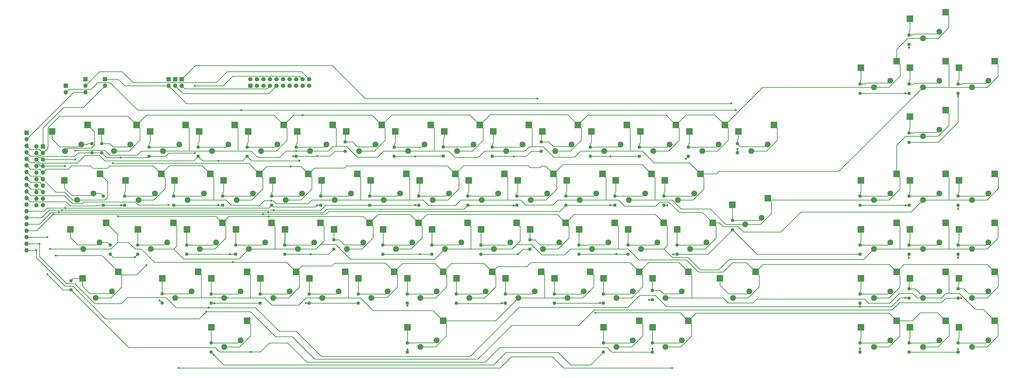
<source format=gbl>
G04 #@! TF.GenerationSoftware,KiCad,Pcbnew,8.0.2*
G04 #@! TF.CreationDate,2025-05-01T13:08:38+01:00*
G04 #@! TF.ProjectId,Keyboard,4b657962-6f61-4726-942e-6b696361645f,rev?*
G04 #@! TF.SameCoordinates,Original*
G04 #@! TF.FileFunction,Copper,L2,Bot*
G04 #@! TF.FilePolarity,Positive*
%FSLAX46Y46*%
G04 Gerber Fmt 4.6, Leading zero omitted, Abs format (unit mm)*
G04 Created by KiCad (PCBNEW 8.0.2) date 2025-05-01 13:08:38*
%MOMM*%
%LPD*%
G01*
G04 APERTURE LIST*
G04 Aperture macros list*
%AMRoundRect*
0 Rectangle with rounded corners*
0 $1 Rounding radius*
0 $2 $3 $4 $5 $6 $7 $8 $9 X,Y pos of 4 corners*
0 Add a 4 corners polygon primitive as box body*
4,1,4,$2,$3,$4,$5,$6,$7,$8,$9,$2,$3,0*
0 Add four circle primitives for the rounded corners*
1,1,$1+$1,$2,$3*
1,1,$1+$1,$4,$5*
1,1,$1+$1,$6,$7*
1,1,$1+$1,$8,$9*
0 Add four rect primitives between the rounded corners*
20,1,$1+$1,$2,$3,$4,$5,0*
20,1,$1+$1,$4,$5,$6,$7,0*
20,1,$1+$1,$6,$7,$8,$9,0*
20,1,$1+$1,$8,$9,$2,$3,0*%
G04 Aperture macros list end*
G04 #@! TA.AperFunction,ComponentPad*
%ADD10RoundRect,0.250000X0.600000X-0.600000X0.600000X0.600000X-0.600000X0.600000X-0.600000X-0.600000X0*%
G04 #@! TD*
G04 #@! TA.AperFunction,ComponentPad*
%ADD11C,1.700000*%
G04 #@! TD*
G04 #@! TA.AperFunction,SMDPad,CuDef*
%ADD12R,2.550000X2.500000*%
G04 #@! TD*
G04 #@! TA.AperFunction,ComponentPad*
%ADD13C,2.286000*%
G04 #@! TD*
G04 #@! TA.AperFunction,ComponentPad*
%ADD14R,1.700000X1.700000*%
G04 #@! TD*
G04 #@! TA.AperFunction,ComponentPad*
%ADD15O,1.700000X1.700000*%
G04 #@! TD*
G04 #@! TA.AperFunction,SMDPad,CuDef*
%ADD16RoundRect,0.300000X0.300000X-0.300000X0.300000X0.300000X-0.300000X0.300000X-0.300000X-0.300000X0*%
G04 #@! TD*
G04 #@! TA.AperFunction,ViaPad*
%ADD17C,0.800000*%
G04 #@! TD*
G04 #@! TA.AperFunction,Conductor*
%ADD18C,0.250000*%
G04 #@! TD*
G04 APERTURE END LIST*
D10*
G04 #@! TO.P,J2,1,Pin_1*
G04 #@! TO.N,unconnected-(J2-Pin_1-Pad1)*
X168795000Y-123555000D03*
D11*
G04 #@! TO.P,J2,2,Pin_2*
G04 #@! TO.N,Y1*
X168795000Y-121015000D03*
G04 #@! TO.P,J2,3,Pin_3*
G04 #@! TO.N,X9*
X171335000Y-123555000D03*
G04 #@! TO.P,J2,4,Pin_4*
G04 #@! TO.N,Y2*
X171335000Y-121015000D03*
G04 #@! TO.P,J2,5,Pin_5*
G04 #@! TO.N,X7*
X173875000Y-123555000D03*
G04 #@! TO.P,J2,6,Pin_6*
G04 #@! TO.N,Y3*
X173875000Y-121015000D03*
G04 #@! TO.P,J2,7,Pin_7*
G04 #@! TO.N,X6*
X176415000Y-123555000D03*
G04 #@! TO.P,J2,8,Pin_8*
G04 #@! TO.N,Y4*
X176415000Y-121015000D03*
G04 #@! TO.P,J2,9,Pin_9*
G04 #@! TO.N,X5*
X178955000Y-123555000D03*
G04 #@! TO.P,J2,10,Pin_10*
G04 #@! TO.N,Y5*
X178955000Y-121015000D03*
G04 #@! TO.P,J2,11,Pin_11*
G04 #@! TO.N,X4*
X181495000Y-123555000D03*
G04 #@! TO.P,J2,12,Pin_12*
G04 #@! TO.N,Y6*
X181495000Y-121015000D03*
G04 #@! TO.P,J2,13,Pin_13*
G04 #@! TO.N,X3*
X184035000Y-123555000D03*
G04 #@! TO.P,J2,14,Pin_14*
G04 #@! TO.N,Y7*
X184035000Y-121015000D03*
G04 #@! TO.P,J2,15,Pin_15*
G04 #@! TO.N,X2*
X186575000Y-123555000D03*
G04 #@! TO.P,J2,16,Pin_16*
G04 #@! TO.N,Y8*
X186575000Y-121015000D03*
G04 #@! TO.P,J2,17,Pin_17*
G04 #@! TO.N,X1*
X189115000Y-123555000D03*
G04 #@! TO.P,J2,18,Pin_18*
G04 #@! TO.N,Y9*
X189115000Y-121015000D03*
G04 #@! TO.P,J2,19,Pin_19*
G04 #@! TO.N,unconnected-(J2-Pin_19-Pad19)*
X191655000Y-123555000D03*
G04 #@! TO.P,J2,20,Pin_20*
G04 #@! TO.N,Net-(J1-Pin_2)*
X191655000Y-121015000D03*
G04 #@! TD*
D12*
G04 #@! TO.P,SW17,1,A*
G04 #@! TO.N,X2*
X343677500Y-157845000D03*
D13*
X334847500Y-168005000D03*
G04 #@! TO.P,SW17,2,B*
G04 #@! TO.N,Net-(D17-A)*
X341197500Y-165465000D03*
D12*
X329827500Y-160385000D03*
G04 #@! TD*
G04 #@! TO.P,SW9,1,A*
G04 #@! TO.N,X2*
X438927500Y-113982500D03*
D13*
X430097500Y-124142500D03*
G04 #@! TO.P,SW9,2,B*
G04 #@! TO.N,Net-(D9-A)*
X436447500Y-121602500D03*
D12*
X425077500Y-116522500D03*
G04 #@! TD*
G04 #@! TO.P,SW60,1,A*
G04 #@! TO.N,X5*
X157940000Y-176895000D03*
D13*
X149110000Y-187055000D03*
G04 #@! TO.P,SW60,2,B*
G04 #@! TO.N,Net-(D60-A)*
X155460000Y-184515000D03*
D12*
X144090000Y-179435000D03*
G04 #@! TD*
G04 #@! TO.P,SW27,1,A*
G04 #@! TO.N,X4*
X305577500Y-157845000D03*
D13*
X296747500Y-168005000D03*
G04 #@! TO.P,SW27,2,B*
G04 #@! TO.N,Net-(D27-A)*
X303097500Y-165465000D03*
D12*
X291727500Y-160385000D03*
G04 #@! TD*
G04 #@! TO.P,SW22,1,A*
G04 #@! TO.N,X7*
X338915000Y-195945000D03*
D13*
X330085000Y-206105000D03*
G04 #@! TO.P,SW22,2,B*
G04 #@! TO.N,Net-(D22-A)*
X336435000Y-203565000D03*
D12*
X325065000Y-198485000D03*
G04 #@! TD*
G04 #@! TO.P,SW69,1,A*
G04 #@! TO.N,X6*
X138890000Y-176895000D03*
D13*
X130060000Y-187055000D03*
G04 #@! TO.P,SW69,2,B*
G04 #@! TO.N,Net-(D69-A)*
X136410000Y-184515000D03*
D12*
X125040000Y-179435000D03*
G04 #@! TD*
G04 #@! TO.P,SW33,1,A*
G04 #@! TO.N,X2*
X277002500Y-138795000D03*
D13*
X268172500Y-148955000D03*
G04 #@! TO.P,SW33,2,B*
G04 #@! TO.N,Net-(D33-A)*
X274522500Y-146415000D03*
D12*
X263152500Y-141335000D03*
G04 #@! TD*
G04 #@! TO.P,SW63,1,A*
G04 #@! TO.N,X8*
X167465000Y-195945000D03*
D13*
X158635000Y-206105000D03*
G04 #@! TO.P,SW63,2,B*
G04 #@! TO.N,Net-(D63-A)*
X164985000Y-203565000D03*
D12*
X153615000Y-198485000D03*
G04 #@! TD*
G04 #@! TO.P,SW7,1,A*
G04 #@! TO.N,X8*
X438927500Y-214995000D03*
D13*
X430097500Y-225155000D03*
G04 #@! TO.P,SW7,2,B*
G04 #@! TO.N,Net-(D7-A)*
X436447500Y-222615000D03*
D12*
X425077500Y-217535000D03*
G04 #@! TD*
G04 #@! TO.P,SW36,1,A*
G04 #@! TO.N,X5*
X291290000Y-176895000D03*
D13*
X282460000Y-187055000D03*
G04 #@! TO.P,SW36,2,B*
G04 #@! TO.N,Net-(D36-A)*
X288810000Y-184515000D03*
D12*
X277440000Y-179435000D03*
G04 #@! TD*
G04 #@! TO.P,SW50,1,A*
G04 #@! TO.N,X3*
X191277500Y-157845000D03*
D13*
X182447500Y-168005000D03*
G04 #@! TO.P,SW50,2,B*
G04 #@! TO.N,Net-(D50-A)*
X188797500Y-165465000D03*
D12*
X177427500Y-160385000D03*
G04 #@! TD*
G04 #@! TO.P,SW10,1,A*
G04 #@! TO.N,X3*
X419877500Y-157845000D03*
D13*
X411047500Y-168005000D03*
G04 #@! TO.P,SW10,2,B*
G04 #@! TO.N,Net-(D10-A)*
X417397500Y-165465000D03*
D12*
X406027500Y-160385000D03*
G04 #@! TD*
G04 #@! TO.P,SW1,1,A*
G04 #@! TO.N,X2*
X457977500Y-113982500D03*
D13*
X449147500Y-124142500D03*
G04 #@! TO.P,SW1,2,B*
G04 #@! TO.N,Net-(D1-A)*
X455497500Y-121602500D03*
D12*
X444127500Y-116522500D03*
G04 #@! TD*
G04 #@! TO.P,SW13,1,A*
G04 #@! TO.N,X6*
X419877500Y-195945000D03*
D13*
X411047500Y-206105000D03*
G04 #@! TO.P,SW13,2,B*
G04 #@! TO.N,Net-(D13-A)*
X417397500Y-203565000D03*
D12*
X406027500Y-198485000D03*
G04 #@! TD*
G04 #@! TO.P,SW42,1,A*
G04 #@! TO.N,X3*
X248427500Y-157845000D03*
D13*
X239597500Y-168005000D03*
G04 #@! TO.P,SW42,2,B*
G04 #@! TO.N,Net-(D42-A)*
X245947500Y-165465000D03*
D12*
X234577500Y-160385000D03*
G04 #@! TD*
G04 #@! TO.P,SW30,1,A*
G04 #@! TO.N,X7*
X319865000Y-195945000D03*
D13*
X311035000Y-206105000D03*
G04 #@! TO.P,SW30,2,B*
G04 #@! TO.N,Net-(D30-A)*
X317385000Y-203565000D03*
D12*
X306015000Y-198485000D03*
G04 #@! TD*
G04 #@! TO.P,SW62,1,A*
G04 #@! TO.N,X7*
X186515000Y-195945000D03*
D13*
X177685000Y-206105000D03*
G04 #@! TO.P,SW62,2,B*
G04 #@! TO.N,Net-(D62-A)*
X184035000Y-203565000D03*
D12*
X172665000Y-198485000D03*
G04 #@! TD*
G04 #@! TO.P,SW53,1,A*
G04 #@! TO.N,X6*
X196040000Y-176895000D03*
D13*
X187210000Y-187055000D03*
G04 #@! TO.P,SW53,2,B*
G04 #@! TO.N,Net-(D53-A)*
X193560000Y-184515000D03*
D12*
X182190000Y-179435000D03*
G04 #@! TD*
G04 #@! TO.P,SW79,1,A*
G04 #@! TO.N,X9*
X372252500Y-138795000D03*
D13*
X363422500Y-148955000D03*
G04 #@! TO.P,SW79,2,B*
G04 #@! TO.N,Net-(D79-A)*
X369772500Y-146415000D03*
D12*
X358402500Y-141335000D03*
G04 #@! TD*
G04 #@! TO.P,SW14,1,A*
G04 #@! TO.N,X7*
X438927500Y-195945000D03*
D13*
X430097500Y-206105000D03*
G04 #@! TO.P,SW14,2,B*
G04 #@! TO.N,Net-(D14-A)*
X436447500Y-203565000D03*
D12*
X425077500Y-198485000D03*
G04 #@! TD*
G04 #@! TO.P,SW65,1,A*
G04 #@! TO.N,X2*
X143652500Y-138795000D03*
D13*
X134822500Y-148955000D03*
G04 #@! TO.P,SW65,2,B*
G04 #@! TO.N,Net-(D65-A)*
X141172500Y-146415000D03*
D12*
X129802500Y-141335000D03*
G04 #@! TD*
G04 #@! TO.P,SW31,1,A*
G04 #@! TO.N,X8*
X300815000Y-195945000D03*
D13*
X291985000Y-206105000D03*
G04 #@! TO.P,SW31,2,B*
G04 #@! TO.N,Net-(D31-A)*
X298335000Y-203565000D03*
D12*
X286965000Y-198485000D03*
G04 #@! TD*
G04 #@! TO.P,SW37,1,A*
G04 #@! TO.N,X6*
X272240000Y-176895000D03*
D13*
X263410000Y-187055000D03*
G04 #@! TO.P,SW37,2,B*
G04 #@! TO.N,Net-(D37-A)*
X269760000Y-184515000D03*
D12*
X258390000Y-179435000D03*
G04 #@! TD*
G04 #@! TO.P,SW70,1,A*
G04 #@! TO.N,X7*
X112696250Y-176895000D03*
D13*
X103866250Y-187055000D03*
G04 #@! TO.P,SW70,2,B*
G04 #@! TO.N,Net-(D70-A)*
X110216250Y-184515000D03*
D12*
X98846250Y-179435000D03*
G04 #@! TD*
G04 #@! TO.P,SW39,1,A*
G04 #@! TO.N,X8*
X281765000Y-195945000D03*
D13*
X272935000Y-206105000D03*
G04 #@! TO.P,SW39,2,B*
G04 #@! TO.N,Net-(D39-A)*
X279285000Y-203565000D03*
D12*
X267915000Y-198485000D03*
G04 #@! TD*
G04 #@! TO.P,SW6,1,A*
G04 #@! TO.N,X7*
X457977500Y-214995000D03*
D13*
X449147500Y-225155000D03*
G04 #@! TO.P,SW6,2,B*
G04 #@! TO.N,Net-(D6-A)*
X455497500Y-222615000D03*
D12*
X444127500Y-217535000D03*
G04 #@! TD*
G04 #@! TO.P,SW20,1,A*
G04 #@! TO.N,X5*
X419877500Y-176895000D03*
D13*
X411047500Y-187055000D03*
G04 #@! TO.P,SW20,2,B*
G04 #@! TO.N,Net-(D20-A)*
X417397500Y-184515000D03*
D12*
X406027500Y-179435000D03*
G04 #@! TD*
G04 #@! TO.P,SW21,1,A*
G04 #@! TO.N,X6*
X117458750Y-195945000D03*
D13*
X108628750Y-206105000D03*
G04 #@! TO.P,SW21,2,B*
G04 #@! TO.N,Net-(D21-A)*
X114978750Y-203565000D03*
D12*
X103608750Y-198485000D03*
G04 #@! TD*
G04 #@! TO.P,SW38,1,A*
G04 #@! TO.N,X7*
X262715000Y-195945000D03*
D13*
X253885000Y-206105000D03*
G04 #@! TO.P,SW38,2,B*
G04 #@! TO.N,Net-(D38-A)*
X260235000Y-203565000D03*
D12*
X248865000Y-198485000D03*
G04 #@! TD*
G04 #@! TO.P,SW68,1,A*
G04 #@! TO.N,X5*
X110315000Y-157845000D03*
D13*
X101485000Y-168005000D03*
G04 #@! TO.P,SW68,2,B*
G04 #@! TO.N,Net-(D68-A)*
X107835000Y-165465000D03*
D12*
X96465000Y-160385000D03*
G04 #@! TD*
G04 #@! TO.P,SW56,1,A*
G04 #@! TO.N,X1*
X181752500Y-138795000D03*
D13*
X172922500Y-148955000D03*
G04 #@! TO.P,SW56,2,B*
G04 #@! TO.N,Net-(D56-A)*
X179272500Y-146415000D03*
D12*
X167902500Y-141335000D03*
G04 #@! TD*
G04 #@! TO.P,SW59,1,A*
G04 #@! TO.N,X4*
X153177500Y-157845000D03*
D13*
X144347500Y-168005000D03*
G04 #@! TO.P,SW59,2,B*
G04 #@! TO.N,Net-(D59-A)*
X150697500Y-165465000D03*
D12*
X139327500Y-160385000D03*
G04 #@! TD*
G04 #@! TO.P,SW902,1,A*
G04 #@! TO.N,Net-(SW902-A)*
X319865000Y-214995000D03*
D13*
X311035000Y-225155000D03*
G04 #@! TO.P,SW902,2,B*
G04 #@! TO.N,Net-(D902-A)*
X317385000Y-222615000D03*
D12*
X306015000Y-217535000D03*
G04 #@! TD*
G04 #@! TO.P,SW43,1,A*
G04 #@! TO.N,X4*
X229377500Y-157845000D03*
D13*
X220547500Y-168005000D03*
G04 #@! TO.P,SW43,2,B*
G04 #@! TO.N,Net-(D43-A)*
X226897500Y-165465000D03*
D12*
X215527500Y-160385000D03*
G04 #@! TD*
G04 #@! TO.P,SW901,1,A*
G04 #@! TO.N,Net-(SW901-A)*
X167465000Y-214995000D03*
D13*
X158635000Y-225155000D03*
G04 #@! TO.P,SW901,2,B*
G04 #@! TO.N,Net-(D901-A)*
X164985000Y-222615000D03*
D12*
X153615000Y-217535000D03*
G04 #@! TD*
G04 #@! TO.P,SW19,1,A*
G04 #@! TO.N,X4*
X348440000Y-176895000D03*
D13*
X339610000Y-187055000D03*
G04 #@! TO.P,SW19,2,B*
G04 #@! TO.N,Net-(D19-A)*
X345960000Y-184515000D03*
D12*
X334590000Y-179435000D03*
G04 #@! TD*
G04 #@! TO.P,SW34,1,A*
G04 #@! TO.N,X3*
X286527500Y-157845000D03*
D13*
X277697500Y-168005000D03*
G04 #@! TO.P,SW34,2,B*
G04 #@! TO.N,Net-(D34-A)*
X284047500Y-165465000D03*
D12*
X272677500Y-160385000D03*
G04 #@! TD*
G04 #@! TO.P,SW23,1,A*
G04 #@! TO.N,X8*
X338915000Y-214995000D03*
D13*
X330085000Y-225155000D03*
G04 #@! TO.P,SW23,2,B*
G04 #@! TO.N,Net-(D23-A)*
X336435000Y-222615000D03*
D12*
X325065000Y-217535000D03*
G04 #@! TD*
G04 #@! TO.P,SW11,1,A*
G04 #@! TO.N,X4*
X438927500Y-157845000D03*
D13*
X430097500Y-168005000D03*
G04 #@! TO.P,SW11,2,B*
G04 #@! TO.N,Net-(D11-A)*
X436447500Y-165465000D03*
D12*
X425077500Y-160385000D03*
G04 #@! TD*
G04 #@! TO.P,SW41,1,A*
G04 #@! TO.N,X2*
X238902500Y-138795000D03*
D13*
X230072500Y-148955000D03*
G04 #@! TO.P,SW41,2,B*
G04 #@! TO.N,Net-(D41-A)*
X236422500Y-146415000D03*
D12*
X225052500Y-141335000D03*
G04 #@! TD*
G04 #@! TO.P,SW45,1,A*
G04 #@! TO.N,X6*
X253190000Y-176895000D03*
D13*
X244360000Y-187055000D03*
G04 #@! TO.P,SW45,2,B*
G04 #@! TO.N,Net-(D45-A)*
X250710000Y-184515000D03*
D12*
X239340000Y-179435000D03*
G04 #@! TD*
G04 #@! TO.P,SW8,1,A*
G04 #@! TO.N,X1*
X419877500Y-113982500D03*
D13*
X411047500Y-124142500D03*
G04 #@! TO.P,SW8,2,B*
G04 #@! TO.N,Net-(D8-A)*
X417397500Y-121602500D03*
D12*
X406027500Y-116522500D03*
G04 #@! TD*
G04 #@! TO.P,SW52,1,A*
G04 #@! TO.N,X5*
X215090000Y-176895000D03*
D13*
X206260000Y-187055000D03*
G04 #@! TO.P,SW52,2,B*
G04 #@! TO.N,Net-(D52-A)*
X212610000Y-184515000D03*
D12*
X201240000Y-179435000D03*
G04 #@! TD*
G04 #@! TO.P,SW5,1,A*
G04 #@! TO.N,X6*
X457977500Y-195945000D03*
D13*
X449147500Y-206105000D03*
G04 #@! TO.P,SW5,2,B*
G04 #@! TO.N,Net-(D5-A)*
X455497500Y-203565000D03*
D12*
X444127500Y-198485000D03*
G04 #@! TD*
G04 #@! TO.P,SW16,1,A*
G04 #@! TO.N,X1*
X353202500Y-138795000D03*
D13*
X344372500Y-148955000D03*
G04 #@! TO.P,SW16,2,B*
G04 #@! TO.N,Net-(D16-A)*
X350722500Y-146415000D03*
D12*
X339352500Y-141335000D03*
G04 #@! TD*
G04 #@! TO.P,SW4,1,A*
G04 #@! TO.N,X5*
X457977500Y-176895000D03*
D13*
X449147500Y-187055000D03*
G04 #@! TO.P,SW4,2,B*
G04 #@! TO.N,Net-(D4-A)*
X455497500Y-184515000D03*
D12*
X444127500Y-179435000D03*
G04 #@! TD*
G04 #@! TO.P,SW67,1,A*
G04 #@! TO.N,X4*
X134127500Y-157845000D03*
D13*
X125297500Y-168005000D03*
G04 #@! TO.P,SW67,2,B*
G04 #@! TO.N,Net-(D67-A)*
X131647500Y-165465000D03*
D12*
X120277500Y-160385000D03*
G04 #@! TD*
G04 #@! TO.P,SW18,1,A*
G04 #@! TO.N,X3*
X369871250Y-167370000D03*
D13*
X361041250Y-177530000D03*
G04 #@! TO.P,SW18,2,B*
G04 #@! TO.N,Net-(D18-A)*
X367391250Y-174990000D03*
D12*
X356021250Y-169910000D03*
G04 #@! TD*
G04 #@! TO.P,SW25,1,A*
G04 #@! TO.N,X2*
X315102500Y-138795000D03*
D13*
X306272500Y-148955000D03*
G04 #@! TO.P,SW25,2,B*
G04 #@! TO.N,Net-(D25-A)*
X312622500Y-146415000D03*
D12*
X301252500Y-141335000D03*
G04 #@! TD*
G04 #@! TO.P,SW24,1,A*
G04 #@! TO.N,X1*
X334152500Y-138795000D03*
D13*
X325322500Y-148955000D03*
G04 #@! TO.P,SW24,2,B*
G04 #@! TO.N,Net-(D24-A)*
X331672500Y-146415000D03*
D12*
X320302500Y-141335000D03*
G04 #@! TD*
G04 #@! TO.P,SW12,1,A*
G04 #@! TO.N,X5*
X438927500Y-176895000D03*
D13*
X430097500Y-187055000D03*
G04 #@! TO.P,SW12,2,B*
G04 #@! TO.N,Net-(D12-A)*
X436447500Y-184515000D03*
D12*
X425077500Y-179435000D03*
G04 #@! TD*
G04 #@! TO.P,SW66,1,A*
G04 #@! TO.N,X3*
X105552500Y-138795000D03*
D13*
X96722500Y-148955000D03*
G04 #@! TO.P,SW66,2,B*
G04 #@! TO.N,Net-(D66-A)*
X103072500Y-146415000D03*
D12*
X91702500Y-141335000D03*
G04 #@! TD*
G04 #@! TO.P,SW28,1,A*
G04 #@! TO.N,X5*
X329390000Y-176895000D03*
D13*
X320560000Y-187055000D03*
G04 #@! TO.P,SW28,2,B*
G04 #@! TO.N,Net-(D28-A)*
X326910000Y-184515000D03*
D12*
X315540000Y-179435000D03*
G04 #@! TD*
G04 #@! TO.P,SW29,1,A*
G04 #@! TO.N,X6*
X310340000Y-176895000D03*
D13*
X301510000Y-187055000D03*
G04 #@! TO.P,SW29,2,B*
G04 #@! TO.N,Net-(D29-A)*
X307860000Y-184515000D03*
D12*
X296490000Y-179435000D03*
G04 #@! TD*
G04 #@! TO.P,SW58,1,A*
G04 #@! TO.N,X3*
X172227500Y-157845000D03*
D13*
X163397500Y-168005000D03*
G04 #@! TO.P,SW58,2,B*
G04 #@! TO.N,Net-(D58-A)*
X169747500Y-165465000D03*
D12*
X158377500Y-160385000D03*
G04 #@! TD*
G04 #@! TO.P,SW15,1,A*
G04 #@! TO.N,X8*
X419877500Y-214995000D03*
D13*
X411047500Y-225155000D03*
G04 #@! TO.P,SW15,2,B*
G04 #@! TO.N,Net-(D15-A)*
X417397500Y-222615000D03*
D12*
X406027500Y-217535000D03*
G04 #@! TD*
G04 #@! TO.P,SW3,1,A*
G04 #@! TO.N,X4*
X457977500Y-157845000D03*
D13*
X449147500Y-168005000D03*
G04 #@! TO.P,SW3,2,B*
G04 #@! TO.N,Net-(D3-A)*
X455497500Y-165465000D03*
D12*
X444127500Y-160385000D03*
G04 #@! TD*
G04 #@! TO.P,SW48,1,A*
G04 #@! TO.N,X1*
X219852500Y-138795000D03*
D13*
X211022500Y-148955000D03*
G04 #@! TO.P,SW48,2,B*
G04 #@! TO.N,Net-(D48-A)*
X217372500Y-146415000D03*
D12*
X206002500Y-141335000D03*
G04 #@! TD*
G04 #@! TO.P,SW57,1,A*
G04 #@! TO.N,X2*
X162702500Y-138795000D03*
D13*
X153872500Y-148955000D03*
G04 #@! TO.P,SW57,2,B*
G04 #@! TO.N,Net-(D57-A)*
X160222500Y-146415000D03*
D12*
X148852500Y-141335000D03*
G04 #@! TD*
G04 #@! TO.P,SW61,1,A*
G04 #@! TO.N,X6*
X176990000Y-176895000D03*
D13*
X168160000Y-187055000D03*
G04 #@! TO.P,SW61,2,B*
G04 #@! TO.N,Net-(D61-A)*
X174510000Y-184515000D03*
D12*
X163140000Y-179435000D03*
G04 #@! TD*
G04 #@! TO.P,SW0,1,A*
G04 #@! TO.N,X1*
X438927500Y-94932500D03*
D13*
X430097500Y-105092500D03*
G04 #@! TO.P,SW0,2,B*
G04 #@! TO.N,Net-(D0-A)*
X436447500Y-102552500D03*
D12*
X425077500Y-97472500D03*
G04 #@! TD*
G04 #@! TO.P,SW47,1,A*
G04 #@! TO.N,X8*
X243665000Y-214995000D03*
D13*
X234835000Y-225155000D03*
G04 #@! TO.P,SW47,2,B*
G04 #@! TO.N,Net-(D47-A)*
X241185000Y-222615000D03*
D12*
X229815000Y-217535000D03*
G04 #@! TD*
G04 #@! TO.P,SW64,1,A*
G04 #@! TO.N,X1*
X124602500Y-138795000D03*
D13*
X115772500Y-148955000D03*
G04 #@! TO.P,SW64,2,B*
G04 #@! TO.N,Net-(D64-A)*
X122122500Y-146415000D03*
D12*
X110752500Y-141335000D03*
G04 #@! TD*
G04 #@! TO.P,SW71,1,A*
G04 #@! TO.N,X8*
X148415000Y-195945000D03*
D13*
X139585000Y-206105000D03*
G04 #@! TO.P,SW71,2,B*
G04 #@! TO.N,Net-(D71-A)*
X145935000Y-203565000D03*
D12*
X134565000Y-198485000D03*
G04 #@! TD*
G04 #@! TO.P,SW35,1,A*
G04 #@! TO.N,X4*
X267477500Y-157845000D03*
D13*
X258647500Y-168005000D03*
G04 #@! TO.P,SW35,2,B*
G04 #@! TO.N,Net-(D35-A)*
X264997500Y-165465000D03*
D12*
X253627500Y-160385000D03*
G04 #@! TD*
G04 #@! TO.P,SW51,1,A*
G04 #@! TO.N,X4*
X210327500Y-157845000D03*
D13*
X201497500Y-168005000D03*
G04 #@! TO.P,SW51,2,B*
G04 #@! TO.N,Net-(D51-A)*
X207847500Y-165465000D03*
D12*
X196477500Y-160385000D03*
G04 #@! TD*
G04 #@! TO.P,SW54,1,A*
G04 #@! TO.N,X7*
X224615000Y-195945000D03*
D13*
X215785000Y-206105000D03*
G04 #@! TO.P,SW54,2,B*
G04 #@! TO.N,Net-(D54-A)*
X222135000Y-203565000D03*
D12*
X210765000Y-198485000D03*
G04 #@! TD*
G04 #@! TO.P,SW46,1,A*
G04 #@! TO.N,X7*
X243665000Y-195945000D03*
D13*
X234835000Y-206105000D03*
G04 #@! TO.P,SW46,2,B*
G04 #@! TO.N,Net-(D46-A)*
X241185000Y-203565000D03*
D12*
X229815000Y-198485000D03*
G04 #@! TD*
G04 #@! TO.P,SW49,1,A*
G04 #@! TO.N,X2*
X200802500Y-138795000D03*
D13*
X191972500Y-148955000D03*
G04 #@! TO.P,SW49,2,B*
G04 #@! TO.N,Net-(D49-A)*
X198322500Y-146415000D03*
D12*
X186952500Y-141335000D03*
G04 #@! TD*
G04 #@! TO.P,SW26,1,A*
G04 #@! TO.N,X3*
X324627500Y-157845000D03*
D13*
X315797500Y-168005000D03*
G04 #@! TO.P,SW26,2,B*
G04 #@! TO.N,Net-(D26-A)*
X322147500Y-165465000D03*
D12*
X310777500Y-160385000D03*
G04 #@! TD*
G04 #@! TO.P,SW2,1,A*
G04 #@! TO.N,X3*
X438927500Y-133032500D03*
D13*
X430097500Y-143192500D03*
G04 #@! TO.P,SW2,2,B*
G04 #@! TO.N,Net-(D2-A)*
X436447500Y-140652500D03*
D12*
X425077500Y-135572500D03*
G04 #@! TD*
G04 #@! TO.P,SW40,1,A*
G04 #@! TO.N,X1*
X257952500Y-138795000D03*
D13*
X249122500Y-148955000D03*
G04 #@! TO.P,SW40,2,B*
G04 #@! TO.N,Net-(D40-A)*
X255472500Y-146415000D03*
D12*
X244102500Y-141335000D03*
G04 #@! TD*
G04 #@! TO.P,SW32,1,A*
G04 #@! TO.N,X1*
X296052500Y-138795000D03*
D13*
X287222500Y-148955000D03*
G04 #@! TO.P,SW32,2,B*
G04 #@! TO.N,Net-(D32-A)*
X293572500Y-146415000D03*
D12*
X282202500Y-141335000D03*
G04 #@! TD*
G04 #@! TO.P,SW55,1,A*
G04 #@! TO.N,X8*
X205565000Y-195945000D03*
D13*
X196735000Y-206105000D03*
G04 #@! TO.P,SW55,2,B*
G04 #@! TO.N,Net-(D55-A)*
X203085000Y-203565000D03*
D12*
X191715000Y-198485000D03*
G04 #@! TD*
G04 #@! TO.P,SW121,1,A*
G04 #@! TO.N,X6*
X365108750Y-195945000D03*
D13*
X356278750Y-206105000D03*
G04 #@! TO.P,SW121,2,B*
G04 #@! TO.N,Net-(D21-A)*
X362628750Y-203565000D03*
D12*
X351258750Y-198485000D03*
G04 #@! TD*
G04 #@! TO.P,SW44,1,A*
G04 #@! TO.N,X5*
X234140000Y-176895000D03*
D13*
X225310000Y-187055000D03*
G04 #@! TO.P,SW44,2,B*
G04 #@! TO.N,Net-(D44-A)*
X231660000Y-184515000D03*
D12*
X220290000Y-179435000D03*
G04 #@! TD*
D14*
G04 #@! TO.P,LK1,1,A*
G04 #@! TO.N,X8*
X104660000Y-121015000D03*
D15*
G04 #@! TO.P,LK1,2,C*
G04 #@! TO.N,Net-(J1-Pin_2)*
X104660000Y-123555000D03*
G04 #@! TO.P,LK1,3,B*
G04 #@! TO.N,Y10*
X104660000Y-126095000D03*
G04 #@! TD*
D14*
G04 #@! TO.P,J1,1,Pin_1*
G04 #@! TO.N,Net-(J1-Pin_1)*
X88155000Y-147215000D03*
D15*
G04 #@! TO.P,J1,2,Pin_2*
G04 #@! TO.N,Net-(J1-Pin_2)*
X85615000Y-147215000D03*
G04 #@! TO.P,J1,3,Pin_3*
G04 #@! TO.N,X1*
X88155000Y-149755000D03*
G04 #@! TO.P,J1,4,Pin_4*
G04 #@! TO.N,Y9*
X85615000Y-149755000D03*
G04 #@! TO.P,J1,5,Pin_5*
G04 #@! TO.N,X2*
X88155000Y-152295000D03*
G04 #@! TO.P,J1,6,Pin_6*
G04 #@! TO.N,Y8*
X85615000Y-152295000D03*
G04 #@! TO.P,J1,7,Pin_7*
G04 #@! TO.N,X3*
X88155000Y-154835000D03*
G04 #@! TO.P,J1,8,Pin_8*
G04 #@! TO.N,Y7*
X85615000Y-154835000D03*
G04 #@! TO.P,J1,9,Pin_9*
G04 #@! TO.N,X4*
X88155000Y-157375000D03*
G04 #@! TO.P,J1,10,Pin_10*
G04 #@! TO.N,Y6*
X85615000Y-157375000D03*
G04 #@! TO.P,J1,11,Pin_11*
G04 #@! TO.N,X5*
X88155000Y-159915000D03*
G04 #@! TO.P,J1,12,Pin_12*
G04 #@! TO.N,Y5*
X85615000Y-159915000D03*
G04 #@! TO.P,J1,13,Pin_13*
G04 #@! TO.N,X6*
X88155000Y-162455000D03*
G04 #@! TO.P,J1,14,Pin_14*
G04 #@! TO.N,Y4*
X85615000Y-162455000D03*
G04 #@! TO.P,J1,15,Pin_15*
G04 #@! TO.N,X7*
X88155000Y-164995000D03*
G04 #@! TO.P,J1,16,Pin_16*
G04 #@! TO.N,Y3*
X85615000Y-164995000D03*
G04 #@! TO.P,J1,17,Pin_17*
G04 #@! TO.N,X9*
X88155000Y-167535000D03*
G04 #@! TO.P,J1,18,Pin_18*
G04 #@! TO.N,Y2*
X85615000Y-167535000D03*
G04 #@! TO.P,J1,19,Pin_19*
G04 #@! TO.N,unconnected-(J1-Pin_19-Pad19)*
X88155000Y-170075000D03*
G04 #@! TO.P,J1,20,Pin_20*
G04 #@! TO.N,Y1*
X85615000Y-170075000D03*
G04 #@! TD*
D14*
G04 #@! TO.P,LK2,1,1*
G04 #@! TO.N,Y10*
X112280000Y-121015000D03*
D15*
G04 #@! TO.P,LK2,2,2*
G04 #@! TO.N,Net-(J1-Pin_1)*
X112280000Y-123555000D03*
G04 #@! TD*
D14*
G04 #@! TO.P,LK3,1,1*
G04 #@! TO.N,X8*
X97040000Y-123555000D03*
D15*
G04 #@! TO.P,LK3,2,2*
G04 #@! TO.N,X9*
X97040000Y-126095000D03*
G04 #@! TD*
D16*
G04 #@! TO.P,D68,1,K*
G04 #@! TO.N,Y9*
X111645000Y-170060000D03*
G04 #@! TO.P,D68,2,A*
G04 #@! TO.N,Net-(D68-A)*
X111645000Y-166460000D03*
G04 #@! TD*
G04 #@! TO.P,D38,1,K*
G04 #@! TO.N,Y5*
X248805000Y-208160000D03*
G04 #@! TO.P,D38,2,A*
G04 #@! TO.N,Net-(D38-A)*
X248805000Y-204560000D03*
G04 #@! TD*
G04 #@! TO.P,D59,1,K*
G04 #@! TO.N,Y8*
X138950000Y-170060000D03*
G04 #@! TO.P,D59,2,A*
G04 #@! TO.N,Net-(D59-A)*
X138950000Y-166460000D03*
G04 #@! TD*
G04 #@! TO.P,D56,1,K*
G04 #@! TO.N,Y8*
X167525000Y-151010000D03*
G04 #@! TO.P,D56,2,A*
G04 #@! TO.N,Net-(D56-A)*
X167525000Y-147410000D03*
G04 #@! TD*
G04 #@! TO.P,D28,1,K*
G04 #@! TO.N,Y4*
X315480000Y-189110000D03*
G04 #@! TO.P,D28,2,A*
G04 #@! TO.N,Net-(D28-A)*
X315480000Y-185510000D03*
G04 #@! TD*
G04 #@! TO.P,D23,1,K*
G04 #@! TO.N,Y3*
X325005000Y-227210000D03*
G04 #@! TO.P,D23,2,A*
G04 #@! TO.N,Net-(D23-A)*
X325005000Y-223610000D03*
G04 #@! TD*
G04 #@! TO.P,D37,1,K*
G04 #@! TO.N,Y5*
X258330000Y-189110000D03*
G04 #@! TO.P,D37,2,A*
G04 #@! TO.N,Net-(D37-A)*
X258330000Y-185510000D03*
G04 #@! TD*
G04 #@! TO.P,D15,1,K*
G04 #@! TO.N,Y2*
X405650000Y-227210000D03*
G04 #@! TO.P,D15,2,A*
G04 #@! TO.N,Net-(D15-A)*
X405650000Y-223610000D03*
G04 #@! TD*
G04 #@! TO.P,D35,1,K*
G04 #@! TO.N,Y5*
X253250000Y-170060000D03*
G04 #@! TO.P,D35,2,A*
G04 #@! TO.N,Net-(D35-A)*
X253250000Y-166460000D03*
G04 #@! TD*
G04 #@! TO.P,D40,1,K*
G04 #@! TO.N,Y6*
X243725000Y-150920000D03*
G04 #@! TO.P,D40,2,A*
G04 #@! TO.N,Net-(D40-A)*
X243725000Y-147320000D03*
G04 #@! TD*
G04 #@! TO.P,D14,1,K*
G04 #@! TO.N,Y2*
X424700000Y-206165000D03*
G04 #@! TO.P,D14,2,A*
G04 #@! TO.N,Net-(D14-A)*
X424700000Y-202565000D03*
G04 #@! TD*
G04 #@! TO.P,D70,1,K*
G04 #@! TO.N,Y9*
X114300000Y-189110000D03*
G04 #@! TO.P,D70,2,A*
G04 #@! TO.N,Net-(D70-A)*
X114300000Y-185510000D03*
G04 #@! TD*
G04 #@! TO.P,D27,1,K*
G04 #@! TO.N,Y4*
X291350000Y-170060000D03*
G04 #@! TO.P,D27,2,A*
G04 #@! TO.N,Net-(D27-A)*
X291350000Y-166460000D03*
G04 #@! TD*
G04 #@! TO.P,D6,1,K*
G04 #@! TO.N,Y1*
X443750000Y-227210000D03*
G04 #@! TO.P,D6,2,A*
G04 #@! TO.N,Net-(D6-A)*
X443750000Y-223610000D03*
G04 #@! TD*
G04 #@! TO.P,D55,1,K*
G04 #@! TO.N,Y7*
X191655000Y-208160000D03*
G04 #@! TO.P,D55,2,A*
G04 #@! TO.N,Net-(D55-A)*
X191655000Y-204560000D03*
G04 #@! TD*
G04 #@! TO.P,D44,1,K*
G04 #@! TO.N,Y6*
X220230000Y-189110000D03*
G04 #@! TO.P,D44,2,A*
G04 #@! TO.N,Net-(D44-A)*
X220230000Y-185510000D03*
G04 #@! TD*
G04 #@! TO.P,D48,1,K*
G04 #@! TO.N,Y7*
X205625000Y-149015000D03*
G04 #@! TO.P,D48,2,A*
G04 #@! TO.N,Net-(D48-A)*
X205625000Y-145415000D03*
G04 #@! TD*
G04 #@! TO.P,D63,1,K*
G04 #@! TO.N,Y8*
X153555000Y-208160000D03*
G04 #@! TO.P,D63,2,A*
G04 #@! TO.N,Net-(D63-A)*
X153555000Y-204560000D03*
G04 #@! TD*
G04 #@! TO.P,D30,1,K*
G04 #@! TO.N,Y4*
X305955000Y-208160000D03*
G04 #@! TO.P,D30,2,A*
G04 #@! TO.N,Net-(D30-A)*
X305955000Y-204560000D03*
G04 #@! TD*
D14*
G04 #@! TO.P,LK5,1,1*
G04 #@! TO.N,Net-(SW902-A)*
X142125000Y-121010000D03*
D15*
G04 #@! TO.P,LK5,2,2*
G04 #@! TO.N,X6*
X142125000Y-123550000D03*
G04 #@! TD*
D16*
G04 #@! TO.P,D53,1,K*
G04 #@! TO.N,Y7*
X182130000Y-189110000D03*
G04 #@! TO.P,D53,2,A*
G04 #@! TO.N,Net-(D53-A)*
X182130000Y-185510000D03*
G04 #@! TD*
G04 #@! TO.P,D4,1,K*
G04 #@! TO.N,Y1*
X443750000Y-189110000D03*
G04 #@! TO.P,D4,2,A*
G04 #@! TO.N,Net-(D4-A)*
X443750000Y-185510000D03*
G04 #@! TD*
G04 #@! TO.P,D34,1,K*
G04 #@! TO.N,Y5*
X272300000Y-170060000D03*
G04 #@! TO.P,D34,2,A*
G04 #@! TO.N,Net-(D34-A)*
X272300000Y-166460000D03*
G04 #@! TD*
G04 #@! TO.P,D33,1,K*
G04 #@! TO.N,Y5*
X262775000Y-151010000D03*
G04 #@! TO.P,D33,2,A*
G04 #@! TO.N,Net-(D33-A)*
X262775000Y-147410000D03*
G04 #@! TD*
D14*
G04 #@! TO.P,J3,1,Pin_1*
G04 #@! TO.N,X9*
X81800000Y-141855000D03*
D15*
G04 #@! TO.P,J3,2,Pin_2*
G04 #@! TO.N,Y10*
X81800000Y-144395000D03*
G04 #@! TO.P,J3,3,Pin_3*
G04 #@! TO.N,X1*
X81800000Y-146935000D03*
G04 #@! TO.P,J3,4,Pin_4*
G04 #@! TO.N,X2*
X81800000Y-149475000D03*
G04 #@! TO.P,J3,5,Pin_5*
G04 #@! TO.N,X3*
X81800000Y-152015000D03*
G04 #@! TO.P,J3,6,Pin_6*
G04 #@! TO.N,X4*
X81800000Y-154555000D03*
G04 #@! TO.P,J3,7,Pin_7*
G04 #@! TO.N,X5*
X81800000Y-157095000D03*
G04 #@! TO.P,J3,8,Pin_8*
G04 #@! TO.N,X6*
X81800000Y-159635000D03*
G04 #@! TO.P,J3,9,Pin_9*
G04 #@! TO.N,X7*
X81800000Y-162175000D03*
G04 #@! TO.P,J3,10,Pin_10*
G04 #@! TO.N,X8*
X81800000Y-164715000D03*
G04 #@! TO.P,J3,11,Pin_11*
G04 #@! TO.N,Y9*
X81800000Y-167255000D03*
G04 #@! TO.P,J3,12,Pin_12*
G04 #@! TO.N,Y8*
X81800000Y-169795000D03*
G04 #@! TO.P,J3,13,Pin_13*
G04 #@! TO.N,Y7*
X81800000Y-172335000D03*
G04 #@! TO.P,J3,14,Pin_14*
G04 #@! TO.N,Y6*
X81800000Y-174875000D03*
G04 #@! TO.P,J3,15,Pin_15*
G04 #@! TO.N,Y5*
X81800000Y-177415000D03*
G04 #@! TO.P,J3,16,Pin_16*
G04 #@! TO.N,Y4*
X81800000Y-179955000D03*
G04 #@! TO.P,J3,17,Pin_17*
G04 #@! TO.N,Y3*
X81800000Y-182495000D03*
G04 #@! TO.P,J3,18,Pin_18*
G04 #@! TO.N,Y2*
X81800000Y-185035000D03*
G04 #@! TO.P,J3,19,Pin_19*
G04 #@! TO.N,Y1*
X81800000Y-187575000D03*
G04 #@! TD*
D16*
G04 #@! TO.P,D32,1,K*
G04 #@! TO.N,Y5*
X281825000Y-149015000D03*
G04 #@! TO.P,D32,2,A*
G04 #@! TO.N,Net-(D32-A)*
X281825000Y-145415000D03*
G04 #@! TD*
G04 #@! TO.P,D11,1,K*
G04 #@! TO.N,Y2*
X424700000Y-170060000D03*
G04 #@! TO.P,D11,2,A*
G04 #@! TO.N,Net-(D11-A)*
X424700000Y-166460000D03*
G04 #@! TD*
G04 #@! TO.P,D16,1,K*
G04 #@! TO.N,Y3*
X338975000Y-151010000D03*
G04 #@! TO.P,D16,2,A*
G04 #@! TO.N,Net-(D16-A)*
X338975000Y-147410000D03*
G04 #@! TD*
G04 #@! TO.P,D21,1,K*
G04 #@! TO.N,Y3*
X99060000Y-202990000D03*
G04 #@! TO.P,D21,2,A*
G04 #@! TO.N,Net-(D21-A)*
X99060000Y-199390000D03*
G04 #@! TD*
G04 #@! TO.P,D29,1,K*
G04 #@! TO.N,Y4*
X296430000Y-189110000D03*
G04 #@! TO.P,D29,2,A*
G04 #@! TO.N,Net-(D29-A)*
X296430000Y-185510000D03*
G04 #@! TD*
G04 #@! TO.P,D1,1,K*
G04 #@! TO.N,Y1*
X443750000Y-126515000D03*
G04 #@! TO.P,D1,2,A*
G04 #@! TO.N,Net-(D1-A)*
X443750000Y-122915000D03*
G04 #@! TD*
G04 #@! TO.P,D46,1,K*
G04 #@! TO.N,Y6*
X229755000Y-208160000D03*
G04 #@! TO.P,D46,2,A*
G04 #@! TO.N,Net-(D46-A)*
X229755000Y-204560000D03*
G04 #@! TD*
G04 #@! TO.P,D902,1,K*
G04 #@! TO.N,Net-(D901-K)*
X305955000Y-227210000D03*
G04 #@! TO.P,D902,2,A*
G04 #@! TO.N,Net-(D902-A)*
X305955000Y-223610000D03*
G04 #@! TD*
G04 #@! TO.P,D31,1,K*
G04 #@! TO.N,Y4*
X286905000Y-208160000D03*
G04 #@! TO.P,D31,2,A*
G04 #@! TO.N,Net-(D31-A)*
X286905000Y-204560000D03*
G04 #@! TD*
G04 #@! TO.P,D22,1,K*
G04 #@! TO.N,Y3*
X325005000Y-206800000D03*
G04 #@! TO.P,D22,2,A*
G04 #@! TO.N,Net-(D22-A)*
X325005000Y-203200000D03*
G04 #@! TD*
G04 #@! TO.P,D25,1,K*
G04 #@! TO.N,Y4*
X300875000Y-151010000D03*
G04 #@! TO.P,D25,2,A*
G04 #@! TO.N,Net-(D25-A)*
X300875000Y-147410000D03*
G04 #@! TD*
G04 #@! TO.P,D41,1,K*
G04 #@! TO.N,Y6*
X224675000Y-151010000D03*
G04 #@! TO.P,D41,2,A*
G04 #@! TO.N,Net-(D41-A)*
X224675000Y-147410000D03*
G04 #@! TD*
G04 #@! TO.P,D2,1,K*
G04 #@! TO.N,Y1*
X424700000Y-145565000D03*
G04 #@! TO.P,D2,2,A*
G04 #@! TO.N,Net-(D2-A)*
X424700000Y-141965000D03*
G04 #@! TD*
D14*
G04 #@! TO.P,LK4,1,1*
G04 #@! TO.N,Net-(SW901-A)*
X139585000Y-121010000D03*
D15*
G04 #@! TO.P,LK4,2,2*
G04 #@! TO.N,X5*
X139585000Y-123550000D03*
G04 #@! TD*
D16*
G04 #@! TO.P,D58,1,K*
G04 #@! TO.N,Y8*
X158000000Y-170060000D03*
G04 #@! TO.P,D58,2,A*
G04 #@! TO.N,Net-(D58-A)*
X158000000Y-166460000D03*
G04 #@! TD*
G04 #@! TO.P,D64,1,K*
G04 #@! TO.N,Y9*
X111010000Y-149650000D03*
G04 #@! TO.P,D64,2,A*
G04 #@! TO.N,Net-(D64-A)*
X111010000Y-146050000D03*
G04 #@! TD*
G04 #@! TO.P,D19,1,K*
G04 #@! TO.N,Y3*
X334530000Y-189110000D03*
G04 #@! TO.P,D19,2,A*
G04 #@! TO.N,Net-(D19-A)*
X334530000Y-185510000D03*
G04 #@! TD*
G04 #@! TO.P,D20,1,K*
G04 #@! TO.N,Y3*
X405650000Y-189110000D03*
G04 #@! TO.P,D20,2,A*
G04 #@! TO.N,Net-(D20-A)*
X405650000Y-185510000D03*
G04 #@! TD*
D14*
G04 #@! TO.P,LK6,1,1*
G04 #@! TO.N,Net-(D901-K)*
X137045000Y-121010000D03*
D15*
G04 #@! TO.P,LK6,2,2*
G04 #@! TO.N,Y10*
X137045000Y-123550000D03*
G04 #@! TD*
D16*
G04 #@! TO.P,D45,1,K*
G04 #@! TO.N,Y6*
X239280000Y-189110000D03*
G04 #@! TO.P,D45,2,A*
G04 #@! TO.N,Net-(D45-A)*
X239280000Y-185510000D03*
G04 #@! TD*
G04 #@! TO.P,D47,1,K*
G04 #@! TO.N,Y6*
X229755000Y-227210000D03*
G04 #@! TO.P,D47,2,A*
G04 #@! TO.N,Net-(D47-A)*
X229755000Y-223610000D03*
G04 #@! TD*
G04 #@! TO.P,D10,1,K*
G04 #@! TO.N,Y2*
X405650000Y-170060000D03*
G04 #@! TO.P,D10,2,A*
G04 #@! TO.N,Net-(D10-A)*
X405650000Y-166460000D03*
G04 #@! TD*
G04 #@! TO.P,D24,1,K*
G04 #@! TO.N,Y4*
X319925000Y-151010000D03*
G04 #@! TO.P,D24,2,A*
G04 #@! TO.N,Net-(D24-A)*
X319925000Y-147410000D03*
G04 #@! TD*
G04 #@! TO.P,D7,1,K*
G04 #@! TO.N,Y1*
X424700000Y-227210000D03*
G04 #@! TO.P,D7,2,A*
G04 #@! TO.N,Net-(D7-A)*
X424700000Y-223610000D03*
G04 #@! TD*
G04 #@! TO.P,D9,1,K*
G04 #@! TO.N,Y2*
X424700000Y-126515000D03*
G04 #@! TO.P,D9,2,A*
G04 #@! TO.N,Net-(D9-A)*
X424700000Y-122915000D03*
G04 #@! TD*
G04 #@! TO.P,D51,1,K*
G04 #@! TO.N,Y7*
X196100000Y-170060000D03*
G04 #@! TO.P,D51,2,A*
G04 #@! TO.N,Net-(D51-A)*
X196100000Y-166460000D03*
G04 #@! TD*
G04 #@! TO.P,D0,1,K*
G04 #@! TO.N,Y1*
X424700000Y-107465000D03*
G04 #@! TO.P,D0,2,A*
G04 #@! TO.N,Net-(D0-A)*
X424700000Y-103865000D03*
G04 #@! TD*
G04 #@! TO.P,D71,1,K*
G04 #@! TO.N,Y9*
X134505000Y-208070000D03*
G04 #@! TO.P,D71,2,A*
G04 #@! TO.N,Net-(D71-A)*
X134505000Y-204470000D03*
G04 #@! TD*
G04 #@! TO.P,D54,1,K*
G04 #@! TO.N,Y7*
X210705000Y-208160000D03*
G04 #@! TO.P,D54,2,A*
G04 #@! TO.N,Net-(D54-A)*
X210705000Y-204560000D03*
G04 #@! TD*
G04 #@! TO.P,D13,1,K*
G04 #@! TO.N,Y2*
X405650000Y-208160000D03*
G04 #@! TO.P,D13,2,A*
G04 #@! TO.N,Net-(D13-A)*
X405650000Y-204560000D03*
G04 #@! TD*
G04 #@! TO.P,D39,1,K*
G04 #@! TO.N,Y5*
X267855000Y-208160000D03*
G04 #@! TO.P,D39,2,A*
G04 #@! TO.N,Net-(D39-A)*
X267855000Y-204560000D03*
G04 #@! TD*
G04 #@! TO.P,D43,1,K*
G04 #@! TO.N,Y6*
X215150000Y-170060000D03*
G04 #@! TO.P,D43,2,A*
G04 #@! TO.N,Net-(D43-A)*
X215150000Y-166460000D03*
G04 #@! TD*
G04 #@! TO.P,D26,1,K*
G04 #@! TO.N,Y4*
X310400000Y-170060000D03*
G04 #@! TO.P,D26,2,A*
G04 #@! TO.N,Net-(D26-A)*
X310400000Y-166460000D03*
G04 #@! TD*
G04 #@! TO.P,D901,1,K*
G04 #@! TO.N,Net-(D901-K)*
X153555000Y-227210000D03*
G04 #@! TO.P,D901,2,A*
G04 #@! TO.N,Net-(D901-A)*
X153555000Y-223610000D03*
G04 #@! TD*
G04 #@! TO.P,D36,1,K*
G04 #@! TO.N,Y5*
X277380000Y-187115000D03*
G04 #@! TO.P,D36,2,A*
G04 #@! TO.N,Net-(D36-A)*
X277380000Y-183515000D03*
G04 #@! TD*
G04 #@! TO.P,D79,1,K*
G04 #@! TO.N,Y10*
X358025000Y-149650000D03*
G04 #@! TO.P,D79,2,A*
G04 #@! TO.N,Net-(D79-A)*
X358025000Y-146050000D03*
G04 #@! TD*
G04 #@! TO.P,D65,1,K*
G04 #@! TO.N,Y9*
X129425000Y-151010000D03*
G04 #@! TO.P,D65,2,A*
G04 #@! TO.N,Net-(D65-A)*
X129425000Y-147410000D03*
G04 #@! TD*
G04 #@! TO.P,D42,1,K*
G04 #@! TO.N,Y6*
X234200000Y-170060000D03*
G04 #@! TO.P,D42,2,A*
G04 #@! TO.N,Net-(D42-A)*
X234200000Y-166460000D03*
G04 #@! TD*
G04 #@! TO.P,D66,1,K*
G04 #@! TO.N,Y9*
X107200000Y-149650000D03*
G04 #@! TO.P,D66,2,A*
G04 #@! TO.N,Net-(D66-A)*
X107200000Y-146050000D03*
G04 #@! TD*
G04 #@! TO.P,D3,1,K*
G04 #@! TO.N,Y1*
X443750000Y-170060000D03*
G04 #@! TO.P,D3,2,A*
G04 #@! TO.N,Net-(D3-A)*
X443750000Y-166460000D03*
G04 #@! TD*
G04 #@! TO.P,D69,1,K*
G04 #@! TO.N,Y9*
X124980000Y-189110000D03*
G04 #@! TO.P,D69,2,A*
G04 #@! TO.N,Net-(D69-A)*
X124980000Y-185510000D03*
G04 #@! TD*
G04 #@! TO.P,D50,1,K*
G04 #@! TO.N,Y7*
X177050000Y-170060000D03*
G04 #@! TO.P,D50,2,A*
G04 #@! TO.N,Net-(D50-A)*
X177050000Y-166460000D03*
G04 #@! TD*
G04 #@! TO.P,D18,1,K*
G04 #@! TO.N,Y3*
X356120000Y-179585000D03*
G04 #@! TO.P,D18,2,A*
G04 #@! TO.N,Net-(D18-A)*
X356120000Y-175985000D03*
G04 #@! TD*
G04 #@! TO.P,D52,1,K*
G04 #@! TO.N,Y7*
X201180000Y-187115000D03*
G04 #@! TO.P,D52,2,A*
G04 #@! TO.N,Net-(D52-A)*
X201180000Y-183515000D03*
G04 #@! TD*
G04 #@! TO.P,D61,1,K*
G04 #@! TO.N,Y8*
X163080000Y-189110000D03*
G04 #@! TO.P,D61,2,A*
G04 #@! TO.N,Net-(D61-A)*
X163080000Y-185510000D03*
G04 #@! TD*
G04 #@! TO.P,D49,1,K*
G04 #@! TO.N,Y7*
X186575000Y-151010000D03*
G04 #@! TO.P,D49,2,A*
G04 #@! TO.N,Net-(D49-A)*
X186575000Y-147410000D03*
G04 #@! TD*
G04 #@! TO.P,D60,1,K*
G04 #@! TO.N,Y8*
X144030000Y-189110000D03*
G04 #@! TO.P,D60,2,A*
G04 #@! TO.N,Net-(D60-A)*
X144030000Y-185510000D03*
G04 #@! TD*
G04 #@! TO.P,D5,1,K*
G04 #@! TO.N,Y1*
X443750000Y-206165000D03*
G04 #@! TO.P,D5,2,A*
G04 #@! TO.N,Net-(D5-A)*
X443750000Y-202565000D03*
G04 #@! TD*
G04 #@! TO.P,D67,1,K*
G04 #@! TO.N,Y9*
X119900000Y-170060000D03*
G04 #@! TO.P,D67,2,A*
G04 #@! TO.N,Net-(D67-A)*
X119900000Y-166460000D03*
G04 #@! TD*
G04 #@! TO.P,D57,1,K*
G04 #@! TO.N,Y8*
X148475000Y-151010000D03*
G04 #@! TO.P,D57,2,A*
G04 #@! TO.N,Net-(D57-A)*
X148475000Y-147410000D03*
G04 #@! TD*
G04 #@! TO.P,D12,1,K*
G04 #@! TO.N,Y2*
X424700000Y-189110000D03*
G04 #@! TO.P,D12,2,A*
G04 #@! TO.N,Net-(D12-A)*
X424700000Y-185510000D03*
G04 #@! TD*
G04 #@! TO.P,D17,1,K*
G04 #@! TO.N,Y3*
X329450000Y-170060000D03*
G04 #@! TO.P,D17,2,A*
G04 #@! TO.N,Net-(D17-A)*
X329450000Y-166460000D03*
G04 #@! TD*
G04 #@! TO.P,D8,1,K*
G04 #@! TO.N,Y2*
X405650000Y-126515000D03*
G04 #@! TO.P,D8,2,A*
G04 #@! TO.N,Net-(D8-A)*
X405650000Y-122915000D03*
G04 #@! TD*
G04 #@! TO.P,D62,1,K*
G04 #@! TO.N,Y8*
X172605000Y-208160000D03*
G04 #@! TO.P,D62,2,A*
G04 #@! TO.N,Net-(D62-A)*
X172605000Y-204560000D03*
G04 #@! TD*
D17*
G04 #@! TO.N,Y10*
X358038400Y-148187216D03*
X355650800Y-130429000D03*
G04 #@! TO.N,Y9*
X147167600Y-149707600D03*
X123825000Y-190246000D03*
X133426200Y-207060800D03*
X118426800Y-151497200D03*
X118551400Y-170060000D03*
X147193000Y-123545600D03*
G04 #@! TO.N,Y8*
X187782200Y-152704800D03*
X160883600Y-189110000D03*
X156311600Y-152755600D03*
X156337400Y-169987500D03*
X154774200Y-208203800D03*
G04 #@! TO.N,Y7*
X96850200Y-171154600D03*
X194703000Y-170129200D03*
X190347600Y-208153000D03*
X194787200Y-150944200D03*
X192176400Y-189110000D03*
X185381200Y-151003000D03*
G04 #@! TO.N,Y6*
X232777600Y-151079200D03*
X232855800Y-169988200D03*
X177850800Y-171967400D03*
X95554800Y-171967400D03*
X229780400Y-209203800D03*
X234735800Y-189110000D03*
X229831200Y-226196400D03*
G04 #@! TO.N,Y5*
X272806700Y-189062900D03*
X271157000Y-151053800D03*
X175742600Y-172754800D03*
X94335600Y-172796200D03*
X271157000Y-170103800D03*
X266432600Y-208127600D03*
G04 #@! TO.N,Y4*
X308737000Y-151053800D03*
X308722300Y-169987500D03*
X92151200Y-173507400D03*
X311021000Y-189050200D03*
X304634200Y-208100200D03*
X173710600Y-173532800D03*
G04 #@! TO.N,Y3*
X337997800Y-152019000D03*
X323723000Y-206857600D03*
X330733400Y-170103800D03*
X89859600Y-196881000D03*
X325005000Y-225866200D03*
X168947400Y-227136200D03*
X89890600Y-182499000D03*
X333070200Y-189153800D03*
G04 #@! TO.N,Y2*
X423291000Y-126542800D03*
X405624600Y-225866200D03*
X423328400Y-170103800D03*
X152577800Y-209891600D03*
X405624600Y-209499200D03*
X86790000Y-185023000D03*
X424649200Y-190449200D03*
X423316400Y-206121000D03*
G04 #@! TO.N,X9*
X357327200Y-133019800D03*
X165201600Y-133080000D03*
G04 #@! TO.N,X8*
X136918000Y-169960800D03*
X302895000Y-211912200D03*
G04 #@! TO.N,X7*
X161886200Y-192264300D03*
X90957400Y-187055000D03*
G04 #@! TO.N,X6*
X128422400Y-193319400D03*
X93167200Y-189636400D03*
G04 #@! TO.N,X5*
X117394100Y-174350300D03*
X175900700Y-174416100D03*
G04 #@! TO.N,X4*
X176860200Y-168300400D03*
G04 #@! TO.N,X3*
X115366800Y-153746200D03*
X184429400Y-154940000D03*
X96709800Y-154797000D03*
G04 #@! TO.N,X2*
X100711000Y-148767800D03*
X100711000Y-152295000D03*
X186575000Y-148955000D03*
G04 #@! TO.N,X1*
X189115000Y-134985000D03*
G04 #@! TO.N,Y1*
X443750000Y-127584200D03*
X424688000Y-108788200D03*
X443800800Y-190423800D03*
X443800800Y-171450000D03*
X443699200Y-226044000D03*
X444982600Y-206197200D03*
X151688800Y-211429600D03*
X85615000Y-187563000D03*
G04 #@! TO.N,Net-(D21-A)*
X140893800Y-233375200D03*
X332638400Y-233375200D03*
G04 #@! TO.N,Net-(SW902-A)*
X280314400Y-128549400D03*
G04 #@! TO.N,Net-(D901-K)*
X154559000Y-228295200D03*
G04 #@! TD*
D18*
G04 #@! TO.N,Y10*
X81800000Y-144395000D02*
X100100000Y-126095000D01*
X355600000Y-130479800D02*
X143974800Y-130479800D01*
X119945800Y-123550000D02*
X119557100Y-123161300D01*
X119557100Y-123161300D02*
X117410800Y-121015000D01*
X355650800Y-130429000D02*
X355600000Y-130479800D01*
X143974800Y-130479800D02*
X137045000Y-123550000D01*
X100100000Y-126095000D02*
X104660000Y-126095000D01*
X117410800Y-121015000D02*
X112280000Y-121015000D01*
X358038400Y-149636600D02*
X358025000Y-149650000D01*
X358038400Y-148187216D02*
X358038400Y-149636600D01*
X137045000Y-123550000D02*
X119945800Y-123550000D01*
X358038400Y-148187216D02*
X358025000Y-148200616D01*
G04 #@! TO.N,Y9*
X83255000Y-168710000D02*
X81800000Y-167255000D01*
X128924000Y-151511000D02*
X129425000Y-151010000D01*
X100482400Y-151010000D02*
X87506396Y-151010000D01*
X86545302Y-150685302D02*
X85615000Y-149755000D01*
X87506396Y-151010000D02*
X87181698Y-150685302D01*
X107200000Y-149650000D02*
X101842400Y-149650000D01*
X107200000Y-149650000D02*
X111010000Y-149650000D01*
X123825000Y-190246000D02*
X115436000Y-190246000D01*
X133495800Y-207060800D02*
X134505000Y-208070000D01*
X101842400Y-149650000D02*
X100482400Y-151010000D01*
X118551400Y-170060000D02*
X119900000Y-170060000D01*
X109158200Y-170060000D02*
X108876400Y-170341800D01*
X137096183Y-149707600D02*
X135793783Y-151010000D01*
X97132800Y-168710000D02*
X83255000Y-168710000D01*
X187940000Y-119840000D02*
X161896800Y-119840000D01*
X111016600Y-149650000D02*
X111010000Y-149650000D01*
X158191200Y-123545600D02*
X147193000Y-123545600D01*
X115436000Y-190246000D02*
X114300000Y-189110000D01*
X118413000Y-151511000D02*
X112877600Y-151511000D01*
X119874600Y-169935400D02*
X119900000Y-169910000D01*
X87181698Y-150685302D02*
X86545302Y-150685302D01*
X123825000Y-190246000D02*
X124961000Y-189110000D01*
X129406800Y-150878200D02*
X129425000Y-150860000D01*
X98764600Y-170341800D02*
X97132800Y-168710000D01*
X124961000Y-189110000D02*
X124980000Y-189110000D01*
X108876400Y-170341800D02*
X98764600Y-170341800D01*
X135793783Y-151010000D02*
X129425000Y-151010000D01*
X189115000Y-121015000D02*
X187940000Y-119840000D01*
X147167600Y-149707600D02*
X137096183Y-149707600D01*
X112877600Y-151511000D02*
X111016600Y-149650000D01*
X111645000Y-170060000D02*
X109158200Y-170060000D01*
X118426800Y-151497200D02*
X118413000Y-151511000D01*
X118551400Y-170060000D02*
X111645000Y-170060000D01*
X133426200Y-207060800D02*
X133495800Y-207060800D01*
X118440600Y-151511000D02*
X128924000Y-151511000D01*
X118551400Y-170060000D02*
X118401400Y-169910000D01*
X118426800Y-151497200D02*
X118440600Y-151511000D01*
X161896800Y-119840000D02*
X158191200Y-123545600D01*
G04 #@! TO.N,Y8*
X165779400Y-152755600D02*
X167525000Y-151010000D01*
X154818000Y-208160000D02*
X172605000Y-208160000D01*
X150220600Y-152755600D02*
X148475000Y-151010000D01*
X160883600Y-189110000D02*
X144030000Y-189110000D01*
X187731400Y-152755600D02*
X169270600Y-152755600D01*
X148475000Y-151041800D02*
X146735800Y-152781000D01*
X86915000Y-153595000D02*
X85615000Y-152295000D01*
X187782200Y-152704800D02*
X187731400Y-152755600D01*
X162572000Y-188833000D02*
X162699000Y-188960000D01*
X146735800Y-152781000D02*
X112191800Y-152781000D01*
X160883600Y-189110000D02*
X163080000Y-189110000D01*
X101573400Y-153595000D02*
X86915000Y-153595000D01*
X167525000Y-151010000D02*
X167607600Y-151010000D01*
X154730400Y-208160000D02*
X153555000Y-208160000D01*
X156337400Y-169987500D02*
X156409900Y-170060000D01*
X148475000Y-150860000D02*
X148957600Y-151342600D01*
X169270600Y-152755600D02*
X167525000Y-151010000D01*
X156311600Y-152755600D02*
X165779400Y-152755600D01*
X156337400Y-169987500D02*
X156264900Y-170060000D01*
X148475000Y-150987000D02*
X148602000Y-150987000D01*
X154774200Y-208203800D02*
X154818000Y-208160000D01*
X154774200Y-208203800D02*
X154730400Y-208160000D01*
X138696000Y-169783000D02*
X138569000Y-169656000D01*
X110083600Y-150672800D02*
X104495600Y-150672800D01*
X112191800Y-152781000D02*
X110083600Y-150672800D01*
X156409900Y-170060000D02*
X158000000Y-170060000D01*
X104495600Y-150672800D02*
X101573400Y-153595000D01*
X156311600Y-152755600D02*
X150220600Y-152755600D01*
X167042400Y-151342600D02*
X167525000Y-150860000D01*
X148475000Y-151010000D02*
X148475000Y-151041800D01*
X156264900Y-170060000D02*
X138950000Y-170060000D01*
G04 #@! TO.N,Y7*
X96850200Y-171154600D02*
X89728800Y-171154600D01*
X199185000Y-189110000D02*
X201180000Y-187115000D01*
X194109400Y-170722800D02*
X180695600Y-170722800D01*
X205625000Y-149015000D02*
X201598600Y-149015000D01*
X194787200Y-150944200D02*
X194721400Y-151010000D01*
X96850200Y-171154600D02*
X175955400Y-171154600D01*
X192176400Y-189110000D02*
X196196600Y-189110000D01*
X175955400Y-171154600D02*
X177050000Y-170060000D01*
X194703000Y-170129200D02*
X194109400Y-170722800D01*
X185381200Y-151003000D02*
X186568000Y-151003000D01*
X186568000Y-151003000D02*
X186575000Y-151010000D01*
X192176400Y-189110000D02*
X199185000Y-189110000D01*
X190347600Y-208153000D02*
X190354600Y-208160000D01*
X185381200Y-151003000D02*
X185524200Y-150860000D01*
X190347600Y-208153000D02*
X191648000Y-208153000D01*
X194703000Y-170129200D02*
X194772200Y-170060000D01*
X194787200Y-150944200D02*
X194853000Y-151010000D01*
X190354600Y-208160000D02*
X210705000Y-208160000D01*
X180695600Y-170722800D02*
X177862800Y-170722800D01*
X191648000Y-208153000D02*
X191655000Y-208160000D01*
X194772200Y-170060000D02*
X196100000Y-170060000D01*
X192176400Y-189110000D02*
X182130000Y-189110000D01*
X201598600Y-149015000D02*
X199669400Y-150944200D01*
X194787200Y-150944200D02*
X199669400Y-150944200D01*
X89728800Y-171154600D02*
X88548400Y-172335000D01*
X177712800Y-170722800D02*
X180695600Y-170722800D01*
X88548400Y-172335000D02*
X81800000Y-172335000D01*
X196100000Y-169656000D02*
X196227000Y-169783000D01*
X177050000Y-170060000D02*
X177712800Y-170722800D01*
X194721400Y-151010000D02*
X186575000Y-151010000D01*
G04 #@! TO.N,Y6*
X229755000Y-209178400D02*
X229780400Y-209203800D01*
X215150000Y-170060000D02*
X198020800Y-170060000D01*
X234735800Y-189110000D02*
X239280000Y-189110000D01*
X198020800Y-170060000D02*
X196113400Y-171967400D01*
X232708400Y-151010000D02*
X224675000Y-151010000D01*
X229780400Y-208035400D02*
X229755000Y-208010000D01*
X232936800Y-150920000D02*
X243725000Y-150920000D01*
X95554800Y-171967400D02*
X196113400Y-171967400D01*
X232777600Y-151079200D02*
X232936800Y-150920000D01*
X95554800Y-171967400D02*
X90541600Y-171967400D01*
X229780400Y-209203800D02*
X229780400Y-208185400D01*
X232784000Y-170060000D02*
X215150000Y-170060000D01*
X232855800Y-169988200D02*
X232784000Y-170060000D01*
X232777600Y-151079200D02*
X232708400Y-151010000D01*
X232855800Y-169988200D02*
X232927600Y-170060000D01*
X229831200Y-226196400D02*
X229831200Y-227133800D01*
X87634000Y-174875000D02*
X81800000Y-174875000D01*
X229831200Y-226983800D02*
X229755000Y-227060000D01*
X229831200Y-227133800D02*
X229755000Y-227210000D01*
X234735800Y-189110000D02*
X220230000Y-189110000D01*
X90541600Y-171967400D02*
X87634000Y-174875000D01*
X232927600Y-170060000D02*
X234200000Y-170060000D01*
X229780400Y-208185400D02*
X229755000Y-208160000D01*
G04 #@! TO.N,Y5*
X271200800Y-151010000D02*
X275894800Y-151010000D01*
X272759600Y-189110000D02*
X258330000Y-189110000D01*
X266465000Y-208160000D02*
X267855000Y-208160000D01*
X266211200Y-208349000D02*
X248994000Y-208349000D01*
X271200800Y-170060000D02*
X272300000Y-170060000D01*
X94335600Y-172796200D02*
X94294200Y-172754800D01*
X91456000Y-172754800D02*
X86795800Y-177415000D01*
X271157000Y-170103800D02*
X271200800Y-170060000D01*
X248805000Y-208010000D02*
X248823200Y-208028200D01*
X274754600Y-187115000D02*
X272806700Y-189062900D01*
X198513600Y-171548400D02*
X197307200Y-172754800D01*
X94377000Y-172754800D02*
X197307200Y-172754800D01*
X267855000Y-208010000D02*
X267448600Y-208416400D01*
X248994000Y-208349000D02*
X248805000Y-208160000D01*
X266432600Y-208127600D02*
X266465000Y-208160000D01*
X94335600Y-172796200D02*
X94377000Y-172754800D01*
X94294200Y-172754800D02*
X91456000Y-172754800D01*
X253250000Y-170060000D02*
X251761600Y-171548400D01*
X271113200Y-170060000D02*
X253250000Y-170060000D01*
X277380000Y-187115000D02*
X274754600Y-187115000D01*
X271157000Y-151053800D02*
X271113200Y-151010000D01*
X263029000Y-150860000D02*
X262775000Y-150606000D01*
X272806700Y-189062900D02*
X272853800Y-189110000D01*
X272806700Y-189062900D02*
X272759600Y-189110000D01*
X86795800Y-177415000D02*
X81800000Y-177415000D01*
X277889800Y-149015000D02*
X275894800Y-151010000D01*
X281825000Y-149015000D02*
X277889800Y-149015000D01*
X251761600Y-171548400D02*
X198513600Y-171548400D01*
X266432600Y-208127600D02*
X266211200Y-208349000D01*
X271113200Y-151010000D02*
X262775000Y-151010000D01*
X271157000Y-151053800D02*
X271200800Y-151010000D01*
X271157000Y-170103800D02*
X271113200Y-170060000D01*
G04 #@! TO.N,Y4*
X300875000Y-150860000D02*
X300621000Y-150606000D01*
X92151200Y-173507400D02*
X85703600Y-179955000D01*
X308649800Y-170060000D02*
X291350000Y-170060000D01*
X304694000Y-208160000D02*
X305955000Y-208160000D01*
X310961200Y-189110000D02*
X296430000Y-189110000D01*
X311080800Y-189110000D02*
X315480000Y-189110000D01*
X291350000Y-170060000D02*
X288893200Y-172516800D01*
X308722300Y-169987500D02*
X308794800Y-170060000D01*
X199186800Y-172516800D02*
X198170800Y-173532800D01*
X304574400Y-208160000D02*
X286905000Y-208160000D01*
X308737000Y-151053800D02*
X308693200Y-151010000D01*
X304634200Y-208100200D02*
X304574400Y-208160000D01*
X304634200Y-208100200D02*
X304694000Y-208160000D01*
X288893200Y-172516800D02*
X199186800Y-172516800D01*
X308780800Y-151010000D02*
X319925000Y-151010000D01*
X308794800Y-170060000D02*
X310400000Y-170060000D01*
X311021000Y-189050200D02*
X310961200Y-189110000D01*
X92165000Y-173521200D02*
X92151200Y-173507400D01*
X308722300Y-169987500D02*
X308649800Y-170060000D01*
X308693200Y-151010000D02*
X300875000Y-151010000D01*
X198170800Y-173532800D02*
X173710600Y-173532800D01*
X173699000Y-173521200D02*
X92165000Y-173521200D01*
X308737000Y-151053800D02*
X308780800Y-151010000D01*
X85703600Y-179955000D02*
X81800000Y-179955000D01*
X173710600Y-173532800D02*
X173699000Y-173521200D01*
X311021000Y-189050200D02*
X311080800Y-189110000D01*
G04 #@! TO.N,Y3*
X323723000Y-206857600D02*
X323780600Y-206800000D01*
X333070200Y-189153800D02*
X333114000Y-189110000D01*
X95968600Y-202990000D02*
X99060000Y-202990000D01*
X183196800Y-223631000D02*
X176114200Y-223631000D01*
X338975000Y-151010000D02*
X338571000Y-151010000D01*
X309203800Y-227210000D02*
X307326600Y-225332800D01*
X99060000Y-202990000D02*
X97097400Y-202990000D01*
X330733400Y-170103800D02*
X330689600Y-170060000D01*
X156831600Y-227136200D02*
X168947400Y-227136200D01*
X89886600Y-182495000D02*
X81800000Y-182495000D01*
X99060000Y-202990000D02*
X121504400Y-225434400D01*
X121504400Y-225434400D02*
X123164600Y-225434400D01*
X259943600Y-231114600D02*
X190680400Y-231114600D01*
X155129800Y-225434400D02*
X156831600Y-227136200D01*
X333114000Y-189110000D02*
X334530000Y-189110000D01*
X333070200Y-189153800D02*
X333070200Y-189048200D01*
X337997800Y-152019000D02*
X337997800Y-151987200D01*
X330689600Y-170060000D02*
X329450000Y-170060000D01*
X172609000Y-227136200D02*
X168947400Y-227136200D01*
X330733400Y-170101200D02*
X330542200Y-169910000D01*
X334530000Y-189110000D02*
X346595000Y-189110000D01*
X356120000Y-179585000D02*
X365216400Y-188681400D01*
X323780600Y-206800000D02*
X325005000Y-206800000D01*
X330733400Y-170103800D02*
X330733400Y-170101200D01*
X190680400Y-231114600D02*
X183196800Y-223631000D01*
X356120000Y-179585000D02*
X347329100Y-188375900D01*
X325005000Y-227210000D02*
X309203800Y-227210000D01*
X123164600Y-225434400D02*
X155129800Y-225434400D01*
X334504600Y-188985400D02*
X334530000Y-188960000D01*
X265725400Y-225332800D02*
X259943600Y-231114600D01*
X89859600Y-196881000D02*
X95968600Y-202990000D01*
X365216400Y-188681400D02*
X365495000Y-188960000D01*
X346595000Y-189110000D02*
X347329100Y-188375900D01*
X176114200Y-223631000D02*
X172609000Y-227136200D01*
X325005000Y-225866200D02*
X325005000Y-227210000D01*
X89890600Y-182499000D02*
X89886600Y-182495000D01*
X347329100Y-188375900D02*
X346745000Y-188960000D01*
X307326600Y-225332800D02*
X265725400Y-225332800D01*
X405650000Y-189110000D02*
X365645000Y-189110000D01*
X337997800Y-151987200D02*
X338975000Y-151010000D01*
X365645000Y-189110000D02*
X365216400Y-188681400D01*
G04 #@! TO.N,Y2*
X120992900Y-205930500D02*
X120978200Y-205915800D01*
X196392800Y-228879400D02*
X254076200Y-228879400D01*
X152577800Y-209891600D02*
X139863800Y-209891600D01*
X423372200Y-170060000D02*
X424700000Y-170060000D01*
X423316400Y-206121000D02*
X424656000Y-206121000D01*
X423318800Y-126515000D02*
X424700000Y-126515000D01*
X424674600Y-126390400D02*
X424700000Y-126365000D01*
X423328400Y-170103800D02*
X423372200Y-170060000D01*
X180009800Y-219075000D02*
X186588400Y-219075000D01*
X424649200Y-189160800D02*
X424700000Y-189110000D01*
X424656000Y-206121000D02*
X424700000Y-206165000D01*
X405624600Y-209499200D02*
X405624600Y-208185400D01*
X97434400Y-200558400D02*
X86790000Y-189914000D01*
X423291000Y-126542800D02*
X423318800Y-126515000D01*
X423291000Y-126542800D02*
X423263200Y-126515000D01*
X315391800Y-209753200D02*
X320040000Y-205105000D01*
X405624600Y-208185400D02*
X405650000Y-208160000D01*
X326085200Y-205130400D02*
X330454000Y-209499200D01*
X421259000Y-206121000D02*
X417880800Y-209499200D01*
X423316400Y-206121000D02*
X421259000Y-206121000D01*
X423263200Y-126515000D02*
X405650000Y-126515000D01*
X405624600Y-225866200D02*
X405624600Y-227184600D01*
X139863800Y-209891600D02*
X135902700Y-205930500D01*
X186588400Y-219075000D02*
X196392800Y-228879400D01*
X152577800Y-209891600D02*
X170826400Y-209891600D01*
X330454000Y-209499200D02*
X405624600Y-209499200D01*
X405624600Y-227034600D02*
X405650000Y-227060000D01*
X86778000Y-185035000D02*
X86790000Y-185023000D01*
X100561200Y-200558400D02*
X97434400Y-200558400D01*
X135902700Y-205930500D02*
X120992900Y-205930500D01*
X320040000Y-205105000D02*
X326085200Y-205105000D01*
X424649200Y-190449200D02*
X424649200Y-189160800D01*
X120978200Y-205915800D02*
X118595231Y-208298769D01*
X423328400Y-170103800D02*
X423284600Y-170060000D01*
X108301569Y-208298769D02*
X100561200Y-200558400D01*
X326085200Y-205105000D02*
X326085200Y-205130400D01*
X170826400Y-209891600D02*
X180009800Y-219075000D01*
X405624600Y-227184600D02*
X405650000Y-227210000D01*
X86790000Y-189914000D02*
X86790000Y-185023000D01*
X417880800Y-209499200D02*
X405624600Y-209499200D01*
X273202400Y-209753200D02*
X315391800Y-209753200D01*
X424649200Y-190449200D02*
X424700000Y-190398400D01*
X81800000Y-185035000D02*
X86778000Y-185035000D01*
X423284600Y-170060000D02*
X405650000Y-170060000D01*
X118595231Y-208298769D02*
X108301569Y-208298769D01*
X254076200Y-228879400D02*
X273202400Y-209753200D01*
X405650000Y-209473800D02*
X405624600Y-209499200D01*
G04 #@! TO.N,X9*
X369308566Y-148955000D02*
X373532400Y-144731166D01*
X106901800Y-124920000D02*
X98215000Y-124920000D01*
X373532400Y-140074900D02*
X372252500Y-138795000D01*
X357267000Y-133080000D02*
X357327200Y-133019800D01*
X109441800Y-122380000D02*
X106901800Y-124920000D01*
X373532400Y-144731166D02*
X373532400Y-140074900D01*
X165201600Y-133080000D02*
X357267000Y-133080000D01*
X124954600Y-133080000D02*
X114254600Y-122380000D01*
X114254600Y-122380000D02*
X109441800Y-122380000D01*
X363422500Y-148955000D02*
X369308566Y-148955000D01*
X98215000Y-124920000D02*
X97040000Y-126095000D01*
X165201600Y-133080000D02*
X124954600Y-133080000D01*
G04 #@! TO.N,X8*
X99673800Y-169473000D02*
X96560800Y-166360000D01*
X302209200Y-197339200D02*
X300830900Y-195960900D01*
X419877500Y-214995000D02*
X425923200Y-214995000D01*
X168732200Y-197212200D02*
X168732200Y-204784200D01*
X291985000Y-206105000D02*
X297871066Y-206105000D01*
X149707600Y-200787000D02*
X149707600Y-197237600D01*
X187581695Y-208899000D02*
X190375695Y-206105000D01*
X206908400Y-206105000D02*
X208190400Y-206105000D01*
X206883000Y-201500900D02*
X206883000Y-206079600D01*
X300830900Y-195960900D02*
X300815000Y-195945000D01*
X435844700Y-211912200D02*
X438927500Y-214995000D01*
X206883000Y-197263000D02*
X205565000Y-195945000D01*
X168732200Y-204784200D02*
X168732200Y-206105000D01*
X416933566Y-225155000D02*
X421081200Y-221007366D01*
X272935000Y-206105000D02*
X283108400Y-206105000D01*
X283083000Y-197263000D02*
X283083000Y-204758800D01*
X283083000Y-206079600D02*
X283108400Y-206105000D01*
X425923200Y-214995000D02*
X429006000Y-211912200D01*
X244906800Y-220969266D02*
X244906800Y-216236800D01*
X149783800Y-206015000D02*
X149682200Y-206015000D01*
X149654800Y-205987600D02*
X149682200Y-206015000D01*
X125177234Y-169960800D02*
X123983434Y-168767000D01*
X177050000Y-208899000D02*
X187581695Y-208899000D01*
X272935000Y-206105000D02*
X272935000Y-206915131D01*
X335971066Y-225155000D02*
X340207600Y-220918466D01*
X416921700Y-212039200D02*
X341870800Y-212039200D01*
X297871066Y-206105000D02*
X300830900Y-203145166D01*
X234835000Y-225155000D02*
X240721066Y-225155000D01*
X149707600Y-200787000D02*
X149707600Y-205938800D01*
X419877500Y-214995000D02*
X416921700Y-212039200D01*
X435983566Y-225155000D02*
X440334400Y-220804166D01*
X149707600Y-201113200D02*
X149707600Y-200787000D01*
X340207600Y-220918466D02*
X340207600Y-216287600D01*
X239693200Y-211023200D02*
X216461400Y-211023200D01*
X281736800Y-206105000D02*
X272935000Y-206105000D01*
X420102600Y-215220100D02*
X419877500Y-214995000D01*
X148475000Y-206015000D02*
X139675000Y-206015000D01*
X240721066Y-225155000D02*
X244906800Y-220969266D01*
X136918000Y-169960800D02*
X125177234Y-169960800D01*
X243665000Y-214995000D02*
X239693200Y-211023200D01*
X104019800Y-168767000D02*
X103313800Y-169473000D01*
X430097500Y-225155000D02*
X435983566Y-225155000D01*
X205625000Y-206105000D02*
X206908400Y-206105000D01*
X300830900Y-203145166D02*
X302209200Y-201766866D01*
X245449600Y-214995000D02*
X243665000Y-214995000D01*
X421081200Y-216198700D02*
X419877500Y-214995000D01*
X206883000Y-201500900D02*
X206883000Y-197263000D01*
X167465000Y-195945000D02*
X168732200Y-197212200D01*
X158635000Y-206105000D02*
X168732200Y-206105000D01*
X244906800Y-216236800D02*
X243665000Y-214995000D01*
X196735000Y-206105000D02*
X211543200Y-206105000D01*
X429006000Y-211912200D02*
X435844700Y-211912200D01*
X283083000Y-204758800D02*
X283083000Y-206079600D01*
X149707600Y-197237600D02*
X148415000Y-195945000D01*
X83445000Y-166360000D02*
X81800000Y-164715000D01*
X206883000Y-206079600D02*
X206908400Y-206105000D01*
X302895000Y-211912200D02*
X335832200Y-211912200D01*
X281765000Y-195945000D02*
X283083000Y-197263000D01*
X190375695Y-206105000D02*
X196735000Y-206105000D01*
X330085000Y-225155000D02*
X335971066Y-225155000D01*
X158545000Y-206015000D02*
X149783800Y-206015000D01*
X335832200Y-211912200D02*
X338915000Y-214995000D01*
X149707600Y-205938800D02*
X149783800Y-206015000D01*
X302209200Y-201766866D02*
X302209200Y-197339200D01*
X440334400Y-216401900D02*
X438927500Y-214995000D01*
X96560800Y-166360000D02*
X83445000Y-166360000D01*
X341870800Y-212039200D02*
X338915000Y-214995000D01*
X211543200Y-206105000D02*
X213564500Y-208126300D01*
X264045000Y-214995000D02*
X272935000Y-206105000D01*
X440334400Y-220804166D02*
X440334400Y-216401900D01*
X149682200Y-206015000D02*
X148475000Y-206015000D01*
X243665000Y-214995000D02*
X264045000Y-214995000D01*
X123983434Y-168767000D02*
X104019800Y-168767000D01*
X216461400Y-211023200D02*
X213564500Y-208126300D01*
X168732200Y-206105000D02*
X174256000Y-206105000D01*
X174256000Y-206105000D02*
X177050000Y-208899000D01*
X411047500Y-225155000D02*
X416933566Y-225155000D01*
X213564500Y-208126300D02*
X213727600Y-208289400D01*
X158635000Y-206105000D02*
X158545000Y-206015000D01*
X103313800Y-169473000D02*
X99673800Y-169473000D01*
X167499600Y-195979600D02*
X167465000Y-195945000D01*
X340207600Y-216287600D02*
X338915000Y-214995000D01*
X139675000Y-206015000D02*
X139585000Y-206105000D01*
X283108400Y-206105000D02*
X291985000Y-206105000D01*
X196735000Y-206105000D02*
X205625000Y-206105000D01*
X421081200Y-221007366D02*
X421081200Y-216198700D01*
G04 #@! TO.N,X7*
X112737200Y-187055000D02*
X114681000Y-187055000D01*
X453594250Y-210611750D02*
X450514750Y-210611750D01*
X126298200Y-187055000D02*
X131507500Y-192264300D01*
X264083800Y-197313800D02*
X262715000Y-195945000D01*
X117195600Y-184505600D02*
X114681000Y-187020200D01*
X316223400Y-192303400D02*
X277850600Y-192303400D01*
X224615000Y-195945000D02*
X227901000Y-192659000D01*
X234835000Y-206105000D02*
X240721066Y-206105000D01*
X245084600Y-201741466D02*
X245084600Y-197364600D01*
X444246000Y-204343000D02*
X440207400Y-204343000D01*
X262740900Y-195945000D02*
X262715000Y-195945000D01*
X88155000Y-164995000D02*
X86980000Y-163820000D01*
X455033566Y-225155000D02*
X459282800Y-220905766D01*
X363956600Y-208051400D02*
X354434200Y-208051400D01*
X340283800Y-206079600D02*
X340258400Y-206105000D01*
X335298800Y-192328800D02*
X323481200Y-192328800D01*
X316921066Y-206105000D02*
X321183000Y-201843066D01*
X438927500Y-195945000D02*
X440232800Y-197250300D01*
X221252800Y-192582800D02*
X201498200Y-192582800D01*
X112696250Y-176895000D02*
X112712150Y-176910900D01*
X277850600Y-192303400D02*
X276250400Y-193903600D01*
X457977500Y-214995000D02*
X453594250Y-210611750D01*
X321183000Y-201843066D02*
X321183000Y-197263000D01*
X340283800Y-204694600D02*
X340283800Y-197313800D01*
X187782200Y-201893866D02*
X187782200Y-197212200D01*
X182834300Y-192264300D02*
X161886200Y-192264300D01*
X421001000Y-204317600D02*
X417181600Y-208137000D01*
X417181600Y-208137000D02*
X408977400Y-208137000D01*
X114681000Y-187020200D02*
X114681000Y-187055000D01*
X215944000Y-205946000D02*
X221887600Y-205946000D01*
X177685000Y-206105000D02*
X183571066Y-206105000D01*
X224615000Y-195945000D02*
X221252800Y-192582800D01*
X112712150Y-187029950D02*
X112737200Y-187055000D01*
X246916200Y-192693800D02*
X243665000Y-195945000D01*
X259463800Y-192693800D02*
X246916200Y-192693800D01*
X200380600Y-193700400D02*
X188759600Y-193700400D01*
X253885000Y-206105000D02*
X259771066Y-206105000D01*
X354434200Y-208051400D02*
X352487800Y-206105000D01*
X86980000Y-163820000D02*
X83445000Y-163820000D01*
X449147500Y-225155000D02*
X455033566Y-225155000D01*
X440232800Y-197250300D02*
X440232800Y-203110400D01*
X264782300Y-193903600D02*
X262740900Y-195945000D01*
X225933000Y-201900600D02*
X225933000Y-197263000D01*
X245084600Y-197364600D02*
X243665000Y-195945000D01*
X187782200Y-197212200D02*
X186515000Y-195945000D01*
X117195600Y-184505600D02*
X121437400Y-184505600D01*
X430097500Y-206105000D02*
X437238200Y-206105000D01*
X90957400Y-187055000D02*
X103866250Y-187055000D01*
X221887600Y-205946000D02*
X225933000Y-201900600D01*
X186515000Y-195945000D02*
X182834300Y-192264300D01*
X201498200Y-192582800D02*
X200380600Y-193700400D01*
X426110400Y-204317600D02*
X421001000Y-204317600D01*
X440232800Y-204317600D02*
X440207400Y-204343000D01*
X429991550Y-205999050D02*
X427791850Y-205999050D01*
X319865000Y-195945000D02*
X316223400Y-192303400D01*
X259771066Y-206105000D02*
X264083800Y-201792266D01*
X121437400Y-184505600D02*
X123986800Y-187055000D01*
X240721066Y-206105000D02*
X245084600Y-201741466D01*
X323481200Y-192328800D02*
X319865000Y-195945000D01*
X459282800Y-216300300D02*
X457977500Y-214995000D01*
X340258400Y-206105000D02*
X338873400Y-206105000D01*
X276250400Y-193903600D02*
X264782300Y-193903600D01*
X83445000Y-163820000D02*
X81800000Y-162175000D01*
X117195600Y-181394350D02*
X117195600Y-184505600D01*
X440232800Y-203110400D02*
X440232800Y-204317600D01*
X338873400Y-206105000D02*
X330085000Y-206105000D01*
X103866250Y-187055000D02*
X112737200Y-187055000D01*
X131507500Y-192264300D02*
X161886200Y-192264300D01*
X450514750Y-210611750D02*
X444246000Y-204343000D01*
X188759600Y-193700400D02*
X186515000Y-195945000D01*
X225933000Y-197263000D02*
X224615000Y-195945000D01*
X112696250Y-176895000D02*
X117195600Y-181394350D01*
X321183000Y-197263000D02*
X319865000Y-195945000D01*
X407342400Y-206502000D02*
X365506000Y-206502000D01*
X440207400Y-204343000D02*
X439000200Y-204343000D01*
X430097500Y-206105000D02*
X429991550Y-205999050D01*
X427791850Y-205999050D02*
X426110400Y-204317600D01*
X352487800Y-206105000D02*
X340258400Y-206105000D01*
X183571066Y-206105000D02*
X187782200Y-201893866D01*
X340283800Y-204694600D02*
X340283800Y-206079600D01*
X340283800Y-197313800D02*
X338915000Y-195945000D01*
X338915000Y-195945000D02*
X335298800Y-192328800D01*
X264083800Y-201792266D02*
X264083800Y-197313800D01*
X227901000Y-192659000D02*
X240379000Y-192659000D01*
X262715000Y-195945000D02*
X259463800Y-192693800D01*
X408977400Y-208137000D02*
X407342400Y-206502000D01*
X459282800Y-220905766D02*
X459282800Y-216300300D01*
X365506000Y-206502000D02*
X363956600Y-208051400D01*
X311035000Y-206105000D02*
X316921066Y-206105000D01*
X123986800Y-187055000D02*
X124409200Y-187055000D01*
X240379000Y-192659000D02*
X243665000Y-195945000D01*
X215785000Y-206105000D02*
X215944000Y-205946000D01*
X437238200Y-206105000D02*
X439000200Y-204343000D01*
X124409200Y-187055000D02*
X126298200Y-187055000D01*
G04 #@! TO.N,X6*
X178358800Y-187055000D02*
X187210000Y-187055000D01*
X365108750Y-195945000D02*
X361594150Y-192430400D01*
X124583000Y-197180200D02*
X118693950Y-197180200D01*
X196046600Y-185267600D02*
X194259200Y-187055000D01*
X367983750Y-193070000D02*
X365108750Y-195945000D01*
X311734200Y-182524400D02*
X311734200Y-178289200D01*
X253173800Y-187055000D02*
X253205900Y-187022900D01*
X175240000Y-124730000D02*
X176415000Y-123555000D01*
X187210000Y-187055000D02*
X194259200Y-187055000D01*
X244360000Y-187055000D02*
X240372200Y-191042800D01*
X196055900Y-185267600D02*
X196062600Y-185267600D01*
X449147500Y-206105000D02*
X455033566Y-206105000D01*
X140131800Y-185873200D02*
X138950000Y-187055000D01*
X263410000Y-187055000D02*
X270535400Y-187055000D01*
X201853800Y-185267600D02*
X196055900Y-185267600D01*
X143305000Y-124730000D02*
X143801400Y-124730000D01*
X93167200Y-189636400D02*
X111150150Y-189636400D01*
X128422400Y-193340800D02*
X124583000Y-197180200D01*
X356278750Y-206105000D02*
X362164816Y-206105000D01*
X143801400Y-124730000D02*
X175240000Y-124730000D01*
X142833600Y-190941200D02*
X164273800Y-190941200D01*
X254482600Y-182273100D02*
X254482600Y-187004200D01*
X422706300Y-193116200D02*
X419877500Y-195945000D01*
X272325400Y-185242200D02*
X272338800Y-185242200D01*
X130060000Y-187055000D02*
X138950000Y-187055000D01*
X177050000Y-187055000D02*
X178358800Y-187055000D01*
X366471200Y-201798616D02*
X366471200Y-197307450D01*
X196062600Y-185267600D02*
X197358000Y-183972200D01*
X254533400Y-187055000D02*
X263410000Y-187055000D01*
X197358000Y-183972200D02*
X197358000Y-178213000D01*
X416933566Y-206105000D02*
X421157400Y-201881166D01*
X168160000Y-187055000D02*
X177050000Y-187055000D01*
X457977500Y-195945000D02*
X455148700Y-193116200D01*
X311734200Y-182524400D02*
X311734200Y-186994800D01*
X118693950Y-197180200D02*
X117458750Y-195945000D01*
X356057200Y-192430400D02*
X352450400Y-196037200D01*
X83255000Y-161090000D02*
X81800000Y-159635000D01*
X118694200Y-201925616D02*
X118694200Y-197180450D01*
X459308200Y-201830366D02*
X459308200Y-197275700D01*
X142125000Y-123550000D02*
X143305000Y-124730000D01*
X178308000Y-182235700D02*
X178308000Y-187004200D01*
X196055900Y-185267600D02*
X196046600Y-185267600D01*
X138890000Y-176895000D02*
X140131800Y-178136800D01*
X277952200Y-185343800D02*
X272427000Y-185343800D01*
X421157400Y-201881166D02*
X421157400Y-197224900D01*
X118694200Y-197180450D02*
X117458750Y-195945000D01*
X273608800Y-183972200D02*
X273608800Y-178263800D01*
X366471200Y-197307450D02*
X365108750Y-195945000D01*
X315490948Y-187055000D02*
X311759600Y-187055000D01*
X281990800Y-189382400D02*
X277952200Y-185343800D01*
X138950000Y-187055000D02*
X138950000Y-187057600D01*
X114514816Y-206105000D02*
X118694200Y-201925616D01*
X455148700Y-193116200D02*
X422706300Y-193116200D01*
X301510000Y-187055000D02*
X293157400Y-187055000D01*
X108628750Y-206105000D02*
X114514816Y-206105000D01*
X178308000Y-187004200D02*
X178358800Y-187055000D01*
X311716800Y-187012200D02*
X311759600Y-187055000D01*
X411047500Y-206105000D02*
X416933566Y-206105000D01*
X319697948Y-191262000D02*
X315490948Y-187055000D01*
X111150150Y-189636400D02*
X117458750Y-195945000D01*
X272338800Y-185242200D02*
X273608800Y-183972200D01*
X362164816Y-206105000D02*
X366471200Y-201798616D01*
X352450400Y-196037200D02*
X342849200Y-196037200D01*
X301510000Y-187055000D02*
X311759600Y-187055000D01*
X240372200Y-191042800D02*
X207629000Y-191042800D01*
X253173800Y-187055000D02*
X254533400Y-187055000D01*
X138950000Y-187057600D02*
X142833600Y-190941200D01*
X128422400Y-193319400D02*
X128422400Y-193340800D01*
X311734200Y-186994800D02*
X311716800Y-187012200D01*
X197358000Y-178213000D02*
X196040000Y-176895000D01*
X338074000Y-191262000D02*
X319697948Y-191262000D01*
X311734200Y-182716866D02*
X311734200Y-182524400D01*
X272325400Y-185265000D02*
X270535400Y-187055000D01*
X311734200Y-178289200D02*
X310340000Y-176895000D01*
X455033566Y-206105000D02*
X459308200Y-201830366D01*
X244360000Y-187055000D02*
X253173800Y-187055000D01*
X342849200Y-196037200D02*
X338074000Y-191262000D01*
X290830000Y-189382400D02*
X281990800Y-189382400D01*
X254482600Y-187004200D02*
X254533400Y-187055000D01*
X140131800Y-178136800D02*
X140131800Y-185873200D01*
X164273800Y-190941200D02*
X168160000Y-187055000D01*
X86790000Y-161090000D02*
X83255000Y-161090000D01*
X417002500Y-193070000D02*
X367983750Y-193070000D01*
X459308200Y-197275700D02*
X457977500Y-195945000D01*
X272325400Y-185242200D02*
X272325400Y-185265000D01*
X176990000Y-176895000D02*
X178308000Y-178213000D01*
X272427000Y-185343800D02*
X272325400Y-185242200D01*
X421157400Y-197224900D02*
X419877500Y-195945000D01*
X254482600Y-178187600D02*
X253190000Y-176895000D01*
X419877500Y-195945000D02*
X417002500Y-193070000D01*
X88155000Y-162455000D02*
X86790000Y-161090000D01*
X273608800Y-178263800D02*
X272240000Y-176895000D01*
X254482600Y-182273100D02*
X254482600Y-178187600D01*
X293157400Y-187055000D02*
X290830000Y-189382400D01*
X361594150Y-192430400D02*
X356057200Y-192430400D01*
X207629000Y-191042800D02*
X201853800Y-185267600D01*
X178308000Y-178213000D02*
X178308000Y-182235700D01*
G04 #@! TO.N,X5*
X430097500Y-187055000D02*
X438924000Y-187055000D01*
X438924000Y-187055000D02*
X440182000Y-187055000D01*
X332777400Y-190382400D02*
X329450000Y-187055000D01*
X420280400Y-187055000D02*
X421182800Y-187055000D01*
X139585000Y-123550000D02*
X142638000Y-126603000D01*
X101485000Y-168005000D02*
X99679000Y-168005000D01*
X159232600Y-182818466D02*
X159232600Y-178187600D01*
X411047500Y-187055000D02*
X419924800Y-187055000D01*
X96621600Y-164947600D02*
X93187600Y-164947600D01*
X175056800Y-174396400D02*
X160438600Y-174396400D01*
X235458000Y-178213000D02*
X234140000Y-176895000D01*
X206260000Y-187055000D02*
X212146066Y-187055000D01*
X329390000Y-176895000D02*
X330708000Y-178213000D01*
X329450000Y-187055000D02*
X326275000Y-187055000D01*
X287978600Y-173583600D02*
X237451400Y-173583600D01*
X292582600Y-182818466D02*
X292582600Y-178187600D01*
X112203800Y-168005000D02*
X113270600Y-166938200D01*
X449147500Y-187055000D02*
X455033566Y-187055000D01*
X109865000Y-158452600D02*
X109865000Y-157845000D01*
X113270600Y-160800600D02*
X110315000Y-157845000D01*
X117394100Y-174350300D02*
X155395300Y-174350300D01*
X142638000Y-126603000D02*
X142810800Y-126603000D01*
X291290000Y-176895000D02*
X287978600Y-173583600D01*
X459282800Y-178200300D02*
X457977500Y-176895000D01*
X110315000Y-157845000D02*
X110315000Y-158902600D01*
X234140000Y-176895000D02*
X230828600Y-173583600D01*
X411047500Y-187055000D02*
X406992900Y-191109600D01*
X282460000Y-187055000D02*
X288346066Y-187055000D01*
X330708000Y-185810350D02*
X329463350Y-187055000D01*
X83445000Y-158740000D02*
X81800000Y-157095000D01*
X294576000Y-173609000D02*
X291290000Y-176895000D01*
X329390000Y-176895000D02*
X326104000Y-173609000D01*
X350681800Y-195173600D02*
X343585800Y-195173600D01*
X215090000Y-176895000D02*
X212591400Y-174396400D01*
X230828600Y-173583600D02*
X218401400Y-173583600D01*
X343585800Y-195173600D02*
X338794600Y-190382400D01*
X438927500Y-176895000D02*
X440182000Y-178149500D01*
X113270600Y-166938200D02*
X113270600Y-160800600D01*
X235458000Y-182793066D02*
X235458000Y-178213000D01*
X419877500Y-176895000D02*
X421182800Y-178200300D01*
X88155000Y-159915000D02*
X86980000Y-158740000D01*
X177012600Y-174396400D02*
X175056800Y-174396400D01*
X419924800Y-187055000D02*
X420280400Y-187055000D01*
X354745800Y-191109600D02*
X350681800Y-195173600D01*
X231196066Y-187055000D02*
X235458000Y-182793066D01*
X292582600Y-178187600D02*
X291290000Y-176895000D01*
X330708000Y-178213000D02*
X330708000Y-185810350D01*
X440182000Y-185267600D02*
X440182000Y-187055000D01*
X149110000Y-187055000D02*
X154996066Y-187055000D01*
X216408000Y-182793066D02*
X216408000Y-178213000D01*
X225310000Y-187055000D02*
X231196066Y-187055000D01*
X421182800Y-178200300D02*
X421182800Y-185797000D01*
X459282800Y-182805766D02*
X459282800Y-178200300D01*
X93187600Y-164947600D02*
X88155000Y-159915000D01*
X455033566Y-187055000D02*
X459282800Y-182805766D01*
X142810800Y-126603000D02*
X175907000Y-126603000D01*
X237451400Y-173583600D02*
X234140000Y-176895000D01*
X421182800Y-185797000D02*
X421182800Y-187055000D01*
X86980000Y-158740000D02*
X83445000Y-158740000D01*
X440182000Y-187055000D02*
X449147500Y-187055000D01*
X154996066Y-187055000D02*
X159232600Y-182818466D01*
X99679000Y-168005000D02*
X96621600Y-164947600D01*
X155395300Y-174350300D02*
X157940000Y-176895000D01*
X159232600Y-178187600D02*
X157940000Y-176895000D01*
X320560000Y-187055000D02*
X326275000Y-187055000D01*
X326104000Y-173609000D02*
X294576000Y-173609000D01*
X288346066Y-187055000D02*
X292582600Y-182818466D01*
X338794600Y-190382400D02*
X332777400Y-190382400D01*
X101485000Y-168005000D02*
X112203800Y-168005000D01*
X175907000Y-126603000D02*
X178955000Y-123555000D01*
X419877500Y-176895000D02*
X420280400Y-177297900D01*
X440182000Y-178149500D02*
X440182000Y-185267600D01*
X212146066Y-187055000D02*
X216408000Y-182793066D01*
X160438600Y-174396400D02*
X157940000Y-176895000D01*
X212591400Y-174396400D02*
X177012600Y-174396400D01*
X440182000Y-185267600D02*
X440182000Y-185797000D01*
X218401400Y-173583600D02*
X215090000Y-176895000D01*
X406992900Y-191109600D02*
X354745800Y-191109600D01*
X216408000Y-178213000D02*
X215090000Y-176895000D01*
X421182800Y-187055000D02*
X430097500Y-187055000D01*
X329463350Y-187055000D02*
X329450000Y-187055000D01*
G04 #@! TO.N,X4*
X161315400Y-170027600D02*
X159292800Y-168005000D01*
X305574000Y-168005000D02*
X296747500Y-168005000D01*
X273747800Y-168005000D02*
X268782800Y-168005000D01*
X350963800Y-176895000D02*
X348440000Y-176895000D01*
X211632800Y-159150300D02*
X211632800Y-161798000D01*
X229377500Y-157845000D02*
X230682800Y-159150300D01*
X154533600Y-161467800D02*
X154533600Y-164818000D01*
X374878600Y-180476400D02*
X360412600Y-180476400D01*
X326233600Y-170357800D02*
X327833800Y-168757600D01*
X455033566Y-168005000D02*
X459384400Y-163654166D01*
X438924000Y-168005000D02*
X430097500Y-168005000D01*
X314124400Y-170357800D02*
X326233600Y-170357800D01*
X360412600Y-180476400D02*
X358244200Y-178308000D01*
X268732000Y-160477200D02*
X268732000Y-161846200D01*
X88155000Y-157375000D02*
X86790000Y-156010000D01*
X230809800Y-168005000D02*
X229450200Y-168005000D01*
X306933600Y-163540600D02*
X306933600Y-163220400D01*
X192700400Y-168005000D02*
X191227200Y-169478200D01*
X113182400Y-155625800D02*
X114071400Y-154736800D01*
X306984400Y-168005000D02*
X311771600Y-168005000D01*
X306933600Y-159201100D02*
X305577500Y-157845000D01*
X211632800Y-161798000D02*
X211632800Y-167979600D01*
X230728900Y-167924100D02*
X230809800Y-168005000D01*
X191227200Y-169478200D02*
X178723800Y-169478200D01*
X305574000Y-168005000D02*
X306984400Y-168005000D01*
X258647500Y-168005000D02*
X267601000Y-168005000D01*
X440258200Y-168005000D02*
X438924000Y-168005000D01*
X349732600Y-178187600D02*
X348440000Y-176895000D01*
X268732000Y-160477200D02*
X268732000Y-167954200D01*
X449147500Y-168005000D02*
X440258200Y-168005000D01*
X211632800Y-167979600D02*
X211658200Y-168005000D01*
X154533600Y-167979600D02*
X154559000Y-168005000D01*
X327833800Y-168757600D02*
X331320200Y-168757600D01*
X358244200Y-178308000D02*
X352376800Y-178308000D01*
X335435000Y-172872400D02*
X344417400Y-172872400D01*
X230682800Y-159150300D02*
X230682800Y-167878000D01*
X137311900Y-154660600D02*
X134127500Y-157845000D01*
X97953800Y-155970000D02*
X99161600Y-154762200D01*
X106730800Y-154762200D02*
X107594400Y-155625800D01*
X344417400Y-172872400D02*
X348440000Y-176895000D01*
X172440600Y-170027600D02*
X161315400Y-170027600D01*
X345496066Y-187055000D02*
X349732600Y-182818466D01*
X352376800Y-178308000D02*
X350963800Y-176895000D01*
X305574000Y-168005000D02*
X305593400Y-167985600D01*
X449147500Y-168005000D02*
X455033566Y-168005000D01*
X154559000Y-168005000D02*
X153250200Y-168005000D01*
X311771600Y-168005000D02*
X314124400Y-170357800D01*
X440182000Y-167928800D02*
X440258200Y-168005000D01*
X174167800Y-168300400D02*
X172440600Y-170027600D01*
X86790000Y-156010000D02*
X83255000Y-156010000D01*
X220547500Y-168005000D02*
X229450200Y-168005000D01*
X230682800Y-167878000D02*
X230728900Y-167924100D01*
X459384400Y-159251900D02*
X457977500Y-157845000D01*
X339610000Y-187055000D02*
X345496066Y-187055000D01*
X144347500Y-168005000D02*
X153250200Y-168005000D01*
X154533600Y-159201100D02*
X154533600Y-161467800D01*
X83255000Y-156010000D02*
X81800000Y-154555000D01*
X250506800Y-168005000D02*
X248357200Y-170154600D01*
X154533600Y-161467800D02*
X154533600Y-167979600D01*
X238051400Y-170154600D02*
X235901800Y-168005000D01*
X331320200Y-168757600D02*
X335435000Y-172872400D01*
X135661400Y-163527166D02*
X135661400Y-159378900D01*
X258647500Y-168005000D02*
X250506800Y-168005000D01*
X125297500Y-168005000D02*
X131183566Y-168005000D01*
X267477500Y-157845000D02*
X268732000Y-159099500D01*
X306933600Y-163220400D02*
X306933600Y-167954200D01*
X248357200Y-170154600D02*
X238051400Y-170154600D01*
X440182000Y-159099500D02*
X440182000Y-161696400D01*
X268732000Y-167954200D02*
X268782800Y-168005000D01*
X220547500Y-168005000D02*
X211658200Y-168005000D01*
X211632800Y-161798000D02*
X211632800Y-164056000D01*
X288220600Y-168005000D02*
X286248800Y-169976800D01*
X114071400Y-154736800D02*
X131019300Y-154736800D01*
X88155000Y-157375000D02*
X89560000Y-155970000D01*
X210327500Y-157845000D02*
X211632800Y-159150300D01*
X131183566Y-168005000D02*
X135661400Y-163527166D01*
X306933600Y-163220400D02*
X306933600Y-159201100D01*
X438927500Y-157845000D02*
X440182000Y-159099500D01*
X89560000Y-155970000D02*
X97953800Y-155970000D01*
X459384400Y-163654166D02*
X459384400Y-159251900D01*
X235901800Y-168005000D02*
X230809800Y-168005000D01*
X178723800Y-169478200D02*
X177546000Y-168300400D01*
X306933600Y-167954200D02*
X306984400Y-168005000D01*
X268732000Y-159099500D02*
X268732000Y-160477200D01*
X201497500Y-168005000D02*
X192700400Y-168005000D01*
X440182000Y-161696400D02*
X440182000Y-167928800D01*
X296747500Y-168005000D02*
X288220600Y-168005000D01*
X131019300Y-154736800D02*
X134127500Y-157845000D01*
X425458700Y-172643800D02*
X382701800Y-172643800D01*
X382701800Y-172643800D02*
X375869200Y-179476400D01*
X153177500Y-157845000D02*
X149993100Y-154660600D01*
X210425600Y-168005000D02*
X201497500Y-168005000D01*
X135661400Y-159378900D02*
X134127500Y-157845000D01*
X159292800Y-168005000D02*
X154559000Y-168005000D01*
X375869200Y-179485800D02*
X374878600Y-180476400D01*
X153177500Y-157845000D02*
X154533600Y-159201100D01*
X349732600Y-182818466D02*
X349732600Y-178187600D01*
X268782800Y-168005000D02*
X267601000Y-168005000D01*
X211658200Y-168005000D02*
X210425600Y-168005000D01*
X286248800Y-169976800D02*
X275719600Y-169976800D01*
X440182000Y-161696400D02*
X440182000Y-165763800D01*
X375869200Y-179476400D02*
X375869200Y-179485800D01*
X430097500Y-168005000D02*
X425458700Y-172643800D01*
X275719600Y-169976800D02*
X273747800Y-168005000D01*
X99161600Y-154762200D02*
X106730800Y-154762200D01*
X107594400Y-155625800D02*
X113182400Y-155625800D01*
X149993100Y-154660600D02*
X137311900Y-154660600D01*
X177546000Y-168300400D02*
X174167800Y-168300400D01*
G04 #@! TO.N,X3*
X325983600Y-165379400D02*
X325983600Y-167979600D01*
X290143700Y-154228800D02*
X286527500Y-157845000D01*
X88155000Y-154835000D02*
X87349800Y-154835000D01*
X168128700Y-153746200D02*
X115366800Y-153746200D01*
X206095600Y-154686000D02*
X205206600Y-155575000D01*
X283438600Y-154787600D02*
X281914600Y-154787600D01*
X277393400Y-155422600D02*
X276631400Y-154660600D01*
X411047500Y-168005000D02*
X416933566Y-168005000D01*
X251611900Y-154660600D02*
X248427500Y-157845000D01*
X325983600Y-159201100D02*
X325983600Y-165379400D01*
X182447500Y-168005000D02*
X188333566Y-168005000D01*
X315797500Y-168005000D02*
X324725600Y-168005000D01*
X96722500Y-148955000D02*
X97794500Y-147883000D01*
X173583600Y-159201100D02*
X172227500Y-157845000D01*
X324627500Y-157845000D02*
X325983600Y-159201100D01*
X248427500Y-157845000D02*
X245268500Y-154686000D01*
X423366500Y-143192500D02*
X430097500Y-143192500D01*
X245483566Y-168005000D02*
X249758200Y-163730366D01*
X192633600Y-163704966D02*
X192633600Y-159201100D01*
X169283566Y-168005000D02*
X173583600Y-163704966D01*
X184404000Y-154965400D02*
X175107100Y-154965400D01*
X325958200Y-168005000D02*
X332650400Y-168005000D01*
X370506250Y-168005000D02*
X411047500Y-168005000D01*
X286527500Y-157845000D02*
X284229050Y-155546550D01*
X369871250Y-167370000D02*
X370506250Y-168005000D01*
X108153200Y-146580686D02*
X108153200Y-141395700D01*
X440182000Y-134287000D02*
X438927500Y-133032500D01*
X324627500Y-157845000D02*
X321011300Y-154228800D01*
X163397500Y-168005000D02*
X169283566Y-168005000D01*
X421132000Y-163806566D02*
X421132000Y-159099500D01*
X324725600Y-168005000D02*
X325958200Y-168005000D01*
X419877500Y-146681500D02*
X423366500Y-143192500D01*
X184429400Y-154940000D02*
X188372500Y-154940000D01*
X108153200Y-141395700D02*
X105552500Y-138795000D01*
X245268500Y-154686000D02*
X206095600Y-154686000D01*
X184429400Y-154940000D02*
X184404000Y-154965400D01*
X287832800Y-159150300D02*
X286527500Y-157845000D01*
X435983566Y-143192500D02*
X440182000Y-138994066D01*
X175107100Y-154965400D02*
X172227500Y-157845000D01*
X106850886Y-147883000D02*
X108153200Y-146580686D01*
X325983600Y-167979600D02*
X325958200Y-168005000D01*
X371170200Y-173287116D02*
X371170200Y-168668950D01*
X239597500Y-168005000D02*
X245483566Y-168005000D01*
X353475800Y-177530000D02*
X361041250Y-177530000D01*
X192633600Y-159201100D02*
X191277500Y-157845000D01*
X277697500Y-168005000D02*
X283583566Y-168005000D01*
X249758200Y-159175700D02*
X248427500Y-157845000D01*
X281355800Y-155346400D02*
X281355800Y-155422600D01*
X276631400Y-154660600D02*
X251611900Y-154660600D01*
X96709800Y-154797000D02*
X96671800Y-154835000D01*
X366927316Y-177530000D02*
X371170200Y-173287116D01*
X191354200Y-157845000D02*
X191277500Y-157845000D01*
X421132000Y-159099500D02*
X419877500Y-157845000D01*
X172227500Y-157845000D02*
X168128700Y-153746200D01*
X332650400Y-168005000D02*
X336120800Y-171475400D01*
X83255000Y-153470000D02*
X81800000Y-152015000D01*
X283583566Y-168005000D02*
X287832800Y-163755766D01*
X416933566Y-168005000D02*
X421132000Y-163806566D01*
X205206600Y-155575000D02*
X193624200Y-155575000D01*
X336120800Y-171475400D02*
X347421200Y-171475400D01*
X430097500Y-143192500D02*
X435983566Y-143192500D01*
X419877500Y-157845000D02*
X419877500Y-146681500D01*
X321011300Y-154228800D02*
X290143700Y-154228800D01*
X249758200Y-163730366D02*
X249758200Y-159175700D01*
X188372500Y-154940000D02*
X191277500Y-157845000D01*
X315797500Y-168005000D02*
X315829500Y-167973000D01*
X97794500Y-147883000D02*
X106850886Y-147883000D01*
X188333566Y-168005000D02*
X192633600Y-163704966D01*
X281355800Y-155422600D02*
X277393400Y-155422600D01*
X325983600Y-165379400D02*
X325983600Y-166747000D01*
X87349800Y-154835000D02*
X85984800Y-153470000D01*
X284229050Y-155546550D02*
X284197550Y-155546550D01*
X371170200Y-168668950D02*
X369871250Y-167370000D01*
X193624200Y-155575000D02*
X191354200Y-157845000D01*
X85984800Y-153470000D02*
X83255000Y-153470000D01*
X361041250Y-177530000D02*
X366927316Y-177530000D01*
X281914600Y-154787600D02*
X281355800Y-155346400D01*
X284197550Y-155546550D02*
X283438600Y-154787600D01*
X287832800Y-163755766D02*
X287832800Y-159150300D01*
X440182000Y-138994066D02*
X440182000Y-134287000D01*
X347421200Y-171475400D02*
X353475800Y-177530000D01*
X173583600Y-163704966D02*
X173583600Y-159201100D01*
X96671800Y-154835000D02*
X88155000Y-154835000D01*
G04 #@! TO.N,X2*
X100753800Y-148725000D02*
X100711000Y-148767800D01*
X286648400Y-151342600D02*
X294748400Y-151342600D01*
X240207800Y-140100300D02*
X240207800Y-145135600D01*
X343677500Y-157845000D02*
X349901000Y-157845000D01*
X182638000Y-148955000D02*
X186575000Y-148955000D01*
X240207800Y-145135600D02*
X240207800Y-148878800D01*
X100711000Y-152295000D02*
X88155000Y-152295000D01*
X88155000Y-152295000D02*
X87305000Y-151445000D01*
X449147500Y-124142500D02*
X455033566Y-124142500D01*
X202133200Y-140125700D02*
X202133200Y-144957800D01*
X339346800Y-153514300D02*
X325678100Y-153514300D01*
X144983200Y-148955000D02*
X153872500Y-148955000D01*
X143750600Y-148955000D02*
X144983200Y-148955000D01*
X397395000Y-156845000D02*
X395224000Y-156845000D01*
X268172500Y-148955000D02*
X275437600Y-148955000D01*
X316382400Y-143941800D02*
X316382400Y-140074900D01*
X278257000Y-147167600D02*
X278333200Y-147243800D01*
X344957400Y-163781166D02*
X344957400Y-159124900D01*
X278257000Y-144471200D02*
X278257000Y-147167600D01*
X210372200Y-151342600D02*
X206146400Y-147116800D01*
X237943800Y-148955000D02*
X238988600Y-148955000D01*
X277151400Y-147243800D02*
X277148800Y-147243800D01*
X114173000Y-150596600D02*
X112301400Y-148725000D01*
X162749800Y-148955000D02*
X163957000Y-148955000D01*
X349901000Y-157845000D02*
X350901000Y-156845000D01*
X344957400Y-159124900D02*
X343677500Y-157845000D01*
X240284000Y-148955000D02*
X245779800Y-148955000D01*
X455033566Y-124142500D02*
X459232000Y-119944066D01*
X238902500Y-138795000D02*
X240207800Y-140100300D01*
X126355600Y-148955000D02*
X124714000Y-150596600D01*
X430097500Y-124142500D02*
X397395000Y-156845000D01*
X438927500Y-113982500D02*
X440207400Y-115262400D01*
X112301400Y-148725000D02*
X100753800Y-148725000D01*
X449147500Y-124142500D02*
X440283600Y-124142500D01*
X440207400Y-118999000D02*
X440207400Y-122935300D01*
X297136000Y-148955000D02*
X306272500Y-148955000D01*
X145008600Y-148929600D02*
X144983200Y-148955000D01*
X240207800Y-145135600D02*
X240207800Y-145268600D01*
X440207400Y-124066300D02*
X440283600Y-124142500D01*
X220529600Y-148955000D02*
X218142000Y-151342600D01*
X277148800Y-147243800D02*
X275437600Y-148955000D01*
X334847500Y-168005000D02*
X340733566Y-168005000D01*
X83255000Y-150930000D02*
X81800000Y-149475000D01*
X343677500Y-157845000D02*
X339346800Y-153514300D01*
X248269000Y-151444200D02*
X257288600Y-151444200D01*
X124714000Y-150596600D02*
X114173000Y-150596600D01*
X277151400Y-147243800D02*
X278333200Y-147243800D01*
X315099000Y-148955000D02*
X316407800Y-148955000D01*
X350901000Y-156845000D02*
X395224000Y-156845000D01*
X199009000Y-148955000D02*
X191972500Y-148955000D01*
X316382400Y-148929600D02*
X316407800Y-148955000D01*
X245779800Y-148955000D02*
X246164100Y-149339300D01*
X202133200Y-147116800D02*
X200818400Y-147116800D01*
X200802500Y-138795000D02*
X202133200Y-140125700D01*
X134822500Y-148955000D02*
X143750600Y-148955000D01*
X162702500Y-138795000D02*
X163957000Y-140049500D01*
X278257000Y-144471200D02*
X278257000Y-140049500D01*
X238988600Y-148955000D02*
X240284000Y-148955000D01*
X145008600Y-140151100D02*
X145008600Y-145161000D01*
X459232000Y-119944066D02*
X459232000Y-115237000D01*
X259777800Y-148955000D02*
X268172500Y-148955000D01*
X143652500Y-138795000D02*
X145008600Y-140151100D01*
X315099000Y-148955000D02*
X315118400Y-148935600D01*
X200849800Y-138842300D02*
X200802500Y-138795000D01*
X321118800Y-148955000D02*
X325678100Y-153514300D01*
X206146400Y-147116800D02*
X202133200Y-147116800D01*
X278333200Y-147243800D02*
X282549600Y-147243800D01*
X316382400Y-140074900D02*
X315102500Y-138795000D01*
X316407800Y-148955000D02*
X321118800Y-148955000D01*
X237943800Y-148955000D02*
X230072500Y-148955000D01*
X143668400Y-138810900D02*
X143652500Y-138795000D01*
X316382400Y-143941800D02*
X316382400Y-148929600D01*
X86449000Y-151445000D02*
X85934000Y-150930000D01*
X202133200Y-144957800D02*
X202133200Y-145802000D01*
X316382400Y-144135000D02*
X316382400Y-143941800D01*
X278257000Y-140049500D02*
X277002500Y-138795000D01*
X294748400Y-151342600D02*
X297136000Y-148955000D01*
X459232000Y-115237000D02*
X457977500Y-113982500D01*
X134822500Y-148955000D02*
X126355600Y-148955000D01*
X202133200Y-144957800D02*
X202133200Y-147116800D01*
X306272500Y-148955000D02*
X315099000Y-148955000D01*
X153872500Y-148955000D02*
X162749800Y-148955000D01*
X440207400Y-115262400D02*
X440207400Y-118999000D01*
X230072500Y-148955000D02*
X220529600Y-148955000D01*
X439000200Y-124142500D02*
X430097500Y-124142500D01*
X171611800Y-151444200D02*
X180148800Y-151444200D01*
X145008600Y-145161000D02*
X145008600Y-148929600D01*
X87305000Y-151445000D02*
X86449000Y-151445000D01*
X163957000Y-144780000D02*
X163957000Y-148955000D01*
X340733566Y-168005000D02*
X344957400Y-163781166D01*
X169122600Y-148955000D02*
X171611800Y-151444200D01*
X440283600Y-124142500D02*
X439000200Y-124142500D01*
X162718400Y-138810900D02*
X162702500Y-138795000D01*
X440207400Y-118999000D02*
X440207400Y-124066300D01*
X186575000Y-148955000D02*
X191972500Y-148955000D01*
X85934000Y-150930000D02*
X83255000Y-150930000D01*
X180148800Y-151444200D02*
X182638000Y-148955000D01*
X163957000Y-140049500D02*
X163957000Y-144780000D01*
X145008600Y-145161000D02*
X145008600Y-147697000D01*
X218142000Y-151342600D02*
X210372200Y-151342600D01*
X200818400Y-147116800D02*
X200818400Y-147145600D01*
X163957000Y-148955000D02*
X169122600Y-148955000D01*
X246164100Y-149339300D02*
X248269000Y-151444200D01*
X163957000Y-144780000D02*
X163957000Y-147747800D01*
X282549600Y-147243800D02*
X286648400Y-151342600D01*
X257288600Y-151444200D02*
X259777800Y-148955000D01*
X200818400Y-147145600D02*
X199009000Y-148955000D01*
X240207800Y-148878800D02*
X240284000Y-148955000D01*
G04 #@! TO.N,X1*
X183032400Y-140074900D02*
X181752500Y-138795000D01*
X88155000Y-149755000D02*
X86790000Y-148390000D01*
X125857000Y-144756566D02*
X125857000Y-140049500D01*
X416933566Y-124142500D02*
X421284400Y-119791666D01*
X178808566Y-148955000D02*
X183032400Y-144731166D01*
X121214900Y-135407400D02*
X124602500Y-138795000D01*
X181752500Y-138795000D02*
X177993300Y-135035800D01*
X344372500Y-148955000D02*
X350258566Y-148955000D01*
X259232400Y-140074900D02*
X257952500Y-138795000D01*
X338064100Y-134883400D02*
X334152500Y-138795000D01*
X421284400Y-115389400D02*
X419877500Y-113982500D01*
X94636400Y-135407400D02*
X121214900Y-135407400D01*
X411797500Y-124142500D02*
X393293600Y-124142500D01*
X353202500Y-138795000D02*
X349290900Y-134883400D01*
X216042500Y-134985000D02*
X219852500Y-138795000D01*
X292090100Y-134832600D02*
X296052500Y-138795000D01*
X249122500Y-148955000D02*
X255008566Y-148955000D01*
X177993300Y-135035800D02*
X128361700Y-135035800D01*
X297484800Y-140227300D02*
X296052500Y-138795000D01*
X221107000Y-140049500D02*
X219852500Y-138795000D01*
X90102500Y-147807500D02*
X90102500Y-139941300D01*
X353202500Y-138795000D02*
X367855000Y-124142500D01*
X430097500Y-105092500D02*
X424091100Y-105092500D01*
X88155000Y-149755000D02*
X90102500Y-147807500D01*
X261914900Y-134832600D02*
X292090100Y-134832600D01*
X223764100Y-134883400D02*
X219852500Y-138795000D01*
X334152500Y-138795000D02*
X330393300Y-135035800D01*
X335381600Y-140024100D02*
X334152500Y-138795000D01*
X440131200Y-100944866D02*
X440131200Y-96136200D01*
X172922500Y-148955000D02*
X178808566Y-148955000D01*
X216908566Y-148955000D02*
X221107000Y-144756566D01*
X424091100Y-105092500D02*
X419877500Y-109306100D01*
X440131200Y-96136200D02*
X438927500Y-94932500D01*
X354457000Y-140049500D02*
X353202500Y-138795000D01*
X259232400Y-144731166D02*
X259232400Y-140074900D01*
X221107000Y-144756566D02*
X221107000Y-140049500D01*
X299811700Y-135035800D02*
X296052500Y-138795000D01*
X115772500Y-148955000D02*
X121658566Y-148955000D01*
X349290900Y-134883400D02*
X338064100Y-134883400D01*
X297484800Y-144578766D02*
X297484800Y-140227300D01*
X354457000Y-144756566D02*
X354457000Y-140049500D01*
X90102500Y-139941300D02*
X94636400Y-135407400D01*
X330393300Y-135035800D02*
X299811700Y-135035800D01*
X411047500Y-124142500D02*
X416933566Y-124142500D01*
X121658566Y-148955000D02*
X125857000Y-144756566D01*
X421284400Y-119791666D02*
X421284400Y-115389400D01*
X325322500Y-148955000D02*
X331208566Y-148955000D01*
X287222500Y-148955000D02*
X293108566Y-148955000D01*
X331208566Y-148955000D02*
X335381600Y-144781966D01*
X125857000Y-140049500D02*
X124602500Y-138795000D01*
X419877500Y-109306100D02*
X419877500Y-113982500D01*
X293108566Y-148955000D02*
X297484800Y-144578766D01*
X185562500Y-134985000D02*
X181752500Y-138795000D01*
X189115000Y-134985000D02*
X185562500Y-134985000D01*
X254040900Y-134883400D02*
X223764100Y-134883400D01*
X393293600Y-124142500D02*
X367605000Y-124142500D01*
X435983566Y-105092500D02*
X440131200Y-100944866D01*
X257952500Y-138795000D02*
X261914900Y-134832600D01*
X367855000Y-124142500D02*
X393293600Y-124142500D01*
X183032400Y-144731166D02*
X183032400Y-140074900D01*
X86790000Y-148390000D02*
X83255000Y-148390000D01*
X350258566Y-148955000D02*
X354457000Y-144756566D01*
X430097500Y-105092500D02*
X435983566Y-105092500D01*
X128361700Y-135035800D02*
X124602500Y-138795000D01*
X335381600Y-144781966D02*
X335381600Y-140024100D01*
X83255000Y-148390000D02*
X81800000Y-146935000D01*
X211022500Y-148955000D02*
X216908566Y-148955000D01*
X257952500Y-138795000D02*
X254040900Y-134883400D01*
X255008566Y-148955000D02*
X259232400Y-144731166D01*
X189115000Y-134985000D02*
X216042500Y-134985000D01*
G04 #@! TO.N,Y1*
X444957200Y-206171800D02*
X439039000Y-206171800D01*
X178511200Y-221208600D02*
X168783000Y-211480400D01*
X151688800Y-211429600D02*
X148869400Y-214249000D01*
X443800800Y-169960800D02*
X443750000Y-169910000D01*
X168783000Y-211480400D02*
X151739600Y-211480400D01*
X99822000Y-201574400D02*
X96697800Y-201574400D01*
X443750000Y-227210000D02*
X443750000Y-226094800D01*
X85615000Y-190491600D02*
X85615000Y-187563000D01*
X443800800Y-189160800D02*
X443750000Y-189110000D01*
X424688000Y-108788200D02*
X424688000Y-107477000D01*
X81800000Y-187575000D02*
X85603000Y-187575000D01*
X257200400Y-229946200D02*
X193751200Y-229946200D01*
X443800800Y-171450000D02*
X443800800Y-170110800D01*
X443750000Y-226094800D02*
X443699200Y-226044000D01*
X444982600Y-206197200D02*
X444950400Y-206165000D01*
X443750000Y-126515000D02*
X443750000Y-127584200D01*
X437235600Y-207975200D02*
X420938200Y-207975200D01*
X185013600Y-221208600D02*
X178511200Y-221208600D01*
X424688000Y-108788200D02*
X424700000Y-108776200D01*
X443750000Y-137783000D02*
X443750000Y-127584200D01*
X444950400Y-206165000D02*
X443750000Y-206165000D01*
X296354500Y-216750900D02*
X270395700Y-216750900D01*
X302361600Y-210743800D02*
X296354500Y-216750900D01*
X443800800Y-189010800D02*
X443750000Y-188960000D01*
X443800800Y-190423800D02*
X443800800Y-189160800D01*
X302421800Y-210804000D02*
X302361600Y-210743800D01*
X443800800Y-170110800D02*
X443750000Y-170060000D01*
X148869400Y-214249000D02*
X112496600Y-214249000D01*
X420938200Y-207975200D02*
X418109400Y-210804000D01*
X418109400Y-210804000D02*
X302421800Y-210804000D01*
X193751200Y-229946200D02*
X185013600Y-221208600D01*
X435968000Y-145565000D02*
X443750000Y-137783000D01*
X85603000Y-187575000D02*
X85615000Y-187563000D01*
X444982600Y-206197200D02*
X444957200Y-206171800D01*
X439039000Y-206171800D02*
X437235600Y-207975200D01*
X96697800Y-201574400D02*
X85615000Y-190491600D01*
X112496600Y-214249000D02*
X99822000Y-201574400D01*
X151739600Y-211480400D02*
X151688800Y-211429600D01*
X424700000Y-145565000D02*
X435968000Y-145565000D01*
X443750000Y-227210000D02*
X424700000Y-227210000D01*
X270395700Y-216750900D02*
X257200400Y-229946200D01*
X424688000Y-107477000D02*
X424700000Y-107465000D01*
G04 #@! TO.N,Net-(J1-Pin_2)*
X118884000Y-118094000D02*
X110121000Y-118094000D01*
X188734000Y-118094000D02*
X159752600Y-118094000D01*
X123125800Y-122335800D02*
X118884000Y-118094000D01*
X155510800Y-122335800D02*
X123125800Y-122335800D01*
X110121000Y-118094000D02*
X104660000Y-123555000D01*
X191655000Y-121015000D02*
X188734000Y-118094000D01*
X159752600Y-118094000D02*
X155510800Y-122335800D01*
G04 #@! TO.N,Net-(J1-Pin_1)*
X103872600Y-131962400D02*
X96205800Y-131962400D01*
X88155000Y-140013200D02*
X88155000Y-147215000D01*
X96205800Y-131962400D02*
X88155000Y-140013200D01*
X112280000Y-123555000D02*
X103872600Y-131962400D01*
G04 #@! TO.N,Net-(SW901-A)*
X168859200Y-220816866D02*
X168859200Y-216389200D01*
X168859200Y-216389200D02*
X167465000Y-214995000D01*
X164521066Y-225155000D02*
X168859200Y-220816866D01*
X158635000Y-225155000D02*
X164521066Y-225155000D01*
G04 #@! TO.N,Net-(D0-A)*
X424700000Y-102434700D02*
X425077500Y-102057200D01*
X424700000Y-104015000D02*
X424700000Y-102434700D01*
X425077500Y-102057200D02*
X425077500Y-97472500D01*
X425932600Y-103865000D02*
X424700000Y-103865000D01*
X424700000Y-103865000D02*
X424700000Y-102434700D01*
X436447500Y-102552500D02*
X435545800Y-103454200D01*
X426343400Y-103454200D02*
X425932600Y-103865000D01*
X435545800Y-103454200D02*
X426343400Y-103454200D01*
G04 #@! TO.N,Net-(D1-A)*
X443750000Y-123065000D02*
X443750000Y-121535500D01*
X454468800Y-122631200D02*
X445616900Y-122631200D01*
X445333100Y-122915000D02*
X443750000Y-122915000D01*
X443750000Y-123065000D02*
X443852600Y-122962400D01*
X445616900Y-122631200D02*
X445333100Y-122915000D01*
X455497500Y-121602500D02*
X454468800Y-122631200D01*
X443750000Y-121535500D02*
X444127500Y-121158000D01*
X443750000Y-122915000D02*
X443750000Y-121535500D01*
X444127500Y-121158000D02*
X444127500Y-116522500D01*
G04 #@! TO.N,Net-(D2-A)*
X425077500Y-140258800D02*
X425077500Y-135572500D01*
X436447500Y-140652500D02*
X435418800Y-141681200D01*
X426795500Y-141681200D02*
X426511700Y-141965000D01*
X424700000Y-142115000D02*
X424700000Y-140636300D01*
X435418800Y-141681200D02*
X426795500Y-141681200D01*
X424700000Y-140636300D02*
X425077500Y-140258800D01*
X426511700Y-141965000D02*
X424700000Y-141965000D01*
X424700000Y-141965000D02*
X424700000Y-140636300D01*
G04 #@! TO.N,Net-(D3-A)*
X443750000Y-166610000D02*
X443750000Y-165283700D01*
X443750000Y-165283700D02*
X444127500Y-164906200D01*
X444127500Y-164906200D02*
X444127500Y-160385000D01*
X443750000Y-166460000D02*
X454502500Y-166460000D01*
X454502500Y-166460000D02*
X455497500Y-165465000D01*
X443750000Y-166460000D02*
X443750000Y-165283700D01*
G04 #@! TO.N,Net-(D4-A)*
X443750000Y-184384500D02*
X444127500Y-184007000D01*
X443750000Y-185660000D02*
X443750000Y-184384500D01*
X444127500Y-184007000D02*
X444127500Y-179435000D01*
X454502500Y-185510000D02*
X455497500Y-184515000D01*
X443750000Y-185510000D02*
X454502500Y-185510000D01*
X443750000Y-185660000D02*
X443839900Y-185570100D01*
X443750000Y-185510000D02*
X443750000Y-184384500D01*
G04 #@! TO.N,Net-(D5-A)*
X448564000Y-204495400D02*
X454567100Y-204495400D01*
X444127500Y-198485000D02*
X444127500Y-200634600D01*
X454567100Y-204495400D02*
X455497500Y-203565000D01*
X443750000Y-202565000D02*
X443750000Y-201012100D01*
X443750000Y-201012100D02*
X444127500Y-200634600D01*
X448056000Y-204495400D02*
X448564000Y-204495400D01*
X443750000Y-202565000D02*
X446024000Y-202565000D01*
X447024000Y-203565000D02*
X446659000Y-203200000D01*
X446024000Y-202565000D02*
X447024000Y-203565000D01*
X447954400Y-204495400D02*
X446024000Y-202565000D01*
X448564000Y-204495400D02*
X447954400Y-204495400D01*
G04 #@! TO.N,Net-(D6-A)*
X443750000Y-223610000D02*
X454502500Y-223610000D01*
X443750000Y-222281300D02*
X444127500Y-221903800D01*
X444127500Y-217535000D02*
X444127500Y-221903800D01*
X443750000Y-223610000D02*
X443750000Y-222281300D01*
X454502500Y-223610000D02*
X455497500Y-222615000D01*
X443750000Y-223760000D02*
X443827200Y-223682800D01*
X443750000Y-223760000D02*
X443750000Y-222281300D01*
G04 #@! TO.N,Net-(D7-A)*
X425077500Y-217535000D02*
X425077500Y-221776800D01*
X424700000Y-222154300D02*
X425077500Y-221776800D01*
X435466300Y-223596200D02*
X436447500Y-222615000D01*
X432587400Y-223596200D02*
X435466300Y-223596200D01*
X432573600Y-223610000D02*
X432587400Y-223596200D01*
X424700000Y-223610000D02*
X432573600Y-223610000D01*
X424700000Y-223610000D02*
X424700000Y-222154300D01*
X424700000Y-223760000D02*
X424700000Y-222154300D01*
G04 #@! TO.N,Net-(D8-A)*
X408253500Y-122478800D02*
X407817300Y-122915000D01*
X406027500Y-121158000D02*
X406027500Y-116522500D01*
X407817300Y-122915000D02*
X405650000Y-122915000D01*
X417397500Y-121602500D02*
X416521200Y-122478800D01*
X405650000Y-121535500D02*
X406027500Y-121158000D01*
X405650000Y-123065000D02*
X405650000Y-121535500D01*
X405650000Y-122915000D02*
X405650000Y-121535500D01*
X416521200Y-122478800D02*
X408253500Y-122478800D01*
G04 #@! TO.N,Net-(D9-A)*
X426435500Y-122915000D02*
X426795500Y-122555000D01*
X424700000Y-121408500D02*
X425077500Y-121031000D01*
X424700000Y-123065000D02*
X424700000Y-121408500D01*
X424700000Y-122915000D02*
X426435500Y-122915000D01*
X435495000Y-122555000D02*
X436447500Y-121602500D01*
X425077500Y-121031000D02*
X425077500Y-116522500D01*
X426795500Y-122555000D02*
X435495000Y-122555000D01*
X424700000Y-122915000D02*
X424700000Y-121408500D01*
G04 #@! TO.N,Net-(D10-A)*
X405650000Y-166610000D02*
X405650000Y-165410700D01*
X416402500Y-166460000D02*
X417397500Y-165465000D01*
X405650000Y-166460000D02*
X405650000Y-165410700D01*
X405650000Y-165410700D02*
X406027500Y-165033200D01*
X405650000Y-166460000D02*
X416402500Y-166460000D01*
X406027500Y-165033200D02*
X406027500Y-160385000D01*
G04 #@! TO.N,Net-(D11-A)*
X424700000Y-166460000D02*
X435452500Y-166460000D01*
X424700000Y-166610000D02*
X424789900Y-166520100D01*
X425077500Y-164880800D02*
X425077500Y-160385000D01*
X424700000Y-166460000D02*
X424700000Y-165258300D01*
X424700000Y-165258300D02*
X425077500Y-164880800D01*
X424700000Y-166610000D02*
X424700000Y-165258300D01*
X435452500Y-166460000D02*
X436447500Y-165465000D01*
G04 #@! TO.N,Net-(D12-A)*
X429451600Y-185510000D02*
X429463200Y-185521600D01*
X435440900Y-185521600D02*
X436447500Y-184515000D01*
X424700000Y-185510000D02*
X429451600Y-185510000D01*
X425077500Y-183727600D02*
X425077500Y-179435000D01*
X424700000Y-184105100D02*
X425077500Y-183727600D01*
X424700000Y-185510000D02*
X424700000Y-184105100D01*
X424700000Y-185660000D02*
X424700000Y-184105100D01*
X429463200Y-185521600D02*
X435440900Y-185521600D01*
G04 #@! TO.N,Net-(D13-A)*
X406027500Y-202930000D02*
X406027500Y-198485000D01*
X405650000Y-204560000D02*
X416402500Y-204560000D01*
X416402500Y-204560000D02*
X417397500Y-203565000D01*
X405650000Y-204710000D02*
X405739900Y-204620100D01*
X405650000Y-204560000D02*
X405650000Y-203307500D01*
X405650000Y-203307500D02*
X406027500Y-202930000D01*
X405650000Y-204710000D02*
X405650000Y-203307500D01*
G04 #@! TO.N,Net-(D14-A)*
X427103600Y-202565000D02*
X429034000Y-204495400D01*
X424700000Y-202565000D02*
X427103600Y-202565000D01*
X424700000Y-202565000D02*
X424700000Y-198862500D01*
X429034000Y-204495400D02*
X435517100Y-204495400D01*
X424700000Y-198862500D02*
X425077500Y-198485000D01*
X435517100Y-204495400D02*
X436447500Y-203565000D01*
G04 #@! TO.N,Net-(D15-A)*
X405650000Y-223610000D02*
X405650000Y-222281300D01*
X416416300Y-223596200D02*
X417397500Y-222615000D01*
X405850150Y-222081150D02*
X406027500Y-221903800D01*
X412521400Y-223596200D02*
X416416300Y-223596200D01*
X406027500Y-217535000D02*
X406027500Y-221903800D01*
X405650000Y-223760000D02*
X405752600Y-223657400D01*
X405650000Y-222281300D02*
X405850150Y-222081150D01*
X405650000Y-223610000D02*
X412507600Y-223610000D01*
X412507600Y-223610000D02*
X412521400Y-223596200D01*
X405752600Y-222178700D02*
X405850150Y-222081150D01*
G04 #@! TO.N,Net-(D16-A)*
X349715900Y-147421600D02*
X350722500Y-146415000D01*
X341917000Y-147410000D02*
X341928600Y-147421600D01*
X338975000Y-147560000D02*
X338975000Y-146182900D01*
X338975000Y-146182900D02*
X339352500Y-145805400D01*
X338975000Y-147410000D02*
X338975000Y-146182900D01*
X339352500Y-145805400D02*
X339352500Y-141335000D01*
X338975000Y-147410000D02*
X341917000Y-147410000D01*
X341928600Y-147421600D02*
X349715900Y-147421600D01*
G04 #@! TO.N,Net-(D17-A)*
X329450000Y-166610000D02*
X329539900Y-166520100D01*
X329827500Y-164757300D02*
X329827500Y-160385000D01*
X329539900Y-165044900D02*
X329664600Y-164920200D01*
X329450000Y-166460000D02*
X340202500Y-166460000D01*
X329664600Y-164920200D02*
X329827500Y-164757300D01*
X340202500Y-166460000D02*
X341197500Y-165465000D01*
X329450000Y-165134800D02*
X329664600Y-164920200D01*
X329450000Y-166460000D02*
X329450000Y-165134800D01*
G04 #@! TO.N,Net-(D18-A)*
X356120000Y-174574200D02*
X356120000Y-173920350D01*
X356120000Y-176135000D02*
X356222600Y-176032400D01*
X356120000Y-176135000D02*
X356120000Y-174574200D01*
X356120000Y-175985000D02*
X356120000Y-174574200D01*
X356021250Y-169910000D02*
X356021250Y-173821600D01*
X356120000Y-173920350D02*
X356021250Y-173821600D01*
X356120000Y-175985000D02*
X366396250Y-175985000D01*
X366396250Y-175985000D02*
X367391250Y-174990000D01*
X356021250Y-176036250D02*
X356120000Y-176135000D01*
G04 #@! TO.N,Net-(D19-A)*
X343941400Y-185470800D02*
X345004200Y-185470800D01*
X334530000Y-185510000D02*
X343902200Y-185510000D01*
X345004200Y-185470800D02*
X345960000Y-184515000D01*
X343902200Y-185510000D02*
X343941400Y-185470800D01*
X334530000Y-179495000D02*
X334590000Y-179435000D01*
X334590000Y-185600000D02*
X334530000Y-185660000D01*
X334530000Y-185510000D02*
X334530000Y-179495000D01*
G04 #@! TO.N,Net-(D20-A)*
X405650000Y-184384500D02*
X406027500Y-184007000D01*
X405650000Y-185510000D02*
X405650000Y-184384500D01*
X405650000Y-185510000D02*
X408109400Y-185510000D01*
X406027500Y-184007000D02*
X406027500Y-179435000D01*
X416390900Y-185521600D02*
X417397500Y-184515000D01*
X408109400Y-185510000D02*
X408121000Y-185521600D01*
X405650000Y-185660000D02*
X405650000Y-184384500D01*
X408121000Y-185521600D02*
X416390900Y-185521600D01*
G04 #@! TO.N,Net-(D21-A)*
X103608750Y-198485000D02*
X103608750Y-201601950D01*
X362628750Y-203565000D02*
X361672950Y-204520800D01*
X332638400Y-233375200D02*
X290550600Y-233375200D01*
X351258750Y-201192950D02*
X351258750Y-198485000D01*
X103608750Y-198485000D02*
X99965000Y-198485000D01*
X103608750Y-198637400D02*
X103390000Y-198856150D01*
X361672950Y-204520800D02*
X354586600Y-204520800D01*
X286156400Y-228981000D02*
X270230600Y-228981000D01*
X354586600Y-204520800D02*
X351258750Y-201192950D01*
X103608750Y-201601950D02*
X106426000Y-204419200D01*
X99965000Y-198485000D02*
X99060000Y-199390000D01*
X106426000Y-204419200D02*
X114124550Y-204419200D01*
X270230600Y-228981000D02*
X265836400Y-233375200D01*
X265836400Y-233375200D02*
X140893800Y-233375200D01*
X103608750Y-198485000D02*
X103608750Y-198637400D01*
X114124550Y-204419200D02*
X114978750Y-203565000D01*
X290550600Y-233375200D02*
X286156400Y-228981000D01*
G04 #@! TO.N,Net-(D22-A)*
X329262800Y-204470000D02*
X335530000Y-204470000D01*
X335530000Y-204470000D02*
X336435000Y-203565000D01*
X325005000Y-203200000D02*
X325005000Y-198545000D01*
X327992800Y-203200000D02*
X329262800Y-204470000D01*
X325005000Y-198545000D02*
X325065000Y-198485000D01*
X325005000Y-203200000D02*
X327992800Y-203200000D01*
G04 #@! TO.N,Net-(D23-A)*
X335305400Y-223570800D02*
X335479200Y-223570800D01*
X325005000Y-223610000D02*
X335266200Y-223610000D01*
X325065000Y-223700000D02*
X325005000Y-223760000D01*
X335266200Y-223610000D02*
X335305400Y-223570800D01*
X325005000Y-223610000D02*
X325005000Y-217595000D01*
X325005000Y-217595000D02*
X325065000Y-217535000D01*
X335479200Y-223570800D02*
X336435000Y-222615000D01*
G04 #@! TO.N,Net-(D24-A)*
X320302500Y-145729200D02*
X320302500Y-141335000D01*
X330665900Y-147421600D02*
X331672500Y-146415000D01*
X319925000Y-147560000D02*
X319925000Y-146106700D01*
X319925000Y-147410000D02*
X319925000Y-146106700D01*
X319925000Y-147410000D02*
X322994000Y-147410000D01*
X322994000Y-147410000D02*
X323005600Y-147421600D01*
X323005600Y-147421600D02*
X330665900Y-147421600D01*
X319925000Y-146106700D02*
X320302500Y-145729200D01*
G04 #@! TO.N,Net-(D25-A)*
X301252500Y-141335000D02*
X301252500Y-145754600D01*
X301049750Y-145957350D02*
X301252500Y-145754600D01*
X312622500Y-146415000D02*
X311641300Y-147396200D01*
X300875000Y-147410000D02*
X300875000Y-146132100D01*
X303493000Y-147396200D02*
X303479200Y-147410000D01*
X303479200Y-147410000D02*
X300875000Y-147410000D01*
X311641300Y-147396200D02*
X303493000Y-147396200D01*
X300875000Y-147560000D02*
X300939500Y-147495500D01*
X300939500Y-146067600D02*
X301049750Y-145957350D01*
X300875000Y-146132100D02*
X301049750Y-145957350D01*
G04 #@! TO.N,Net-(D26-A)*
X321129300Y-166460000D02*
X321140900Y-166471600D01*
X310400000Y-166610000D02*
X310489900Y-166520100D01*
X310600150Y-164829550D02*
X310777500Y-164652200D01*
X310400000Y-166460000D02*
X310400000Y-165029700D01*
X310489900Y-164939800D02*
X310600150Y-164829550D01*
X310400000Y-165029700D02*
X310600150Y-164829550D01*
X310400000Y-166460000D02*
X321129300Y-166460000D01*
X310777500Y-160385000D02*
X310777500Y-164652200D01*
X321140900Y-166471600D02*
X322147500Y-165465000D01*
G04 #@! TO.N,Net-(D27-A)*
X291350000Y-166460000D02*
X291350000Y-165131300D01*
X291350000Y-166610000D02*
X291350000Y-165131300D01*
X291350000Y-165131300D02*
X291727500Y-164753800D01*
X291350000Y-166610000D02*
X291439900Y-166520100D01*
X291727500Y-164753800D02*
X291727500Y-160385000D01*
X302102500Y-166460000D02*
X303097500Y-165465000D01*
X291350000Y-166460000D02*
X302102500Y-166460000D01*
G04 #@! TO.N,Net-(D28-A)*
X325792000Y-185510000D02*
X325831200Y-185470800D01*
X315480000Y-179495000D02*
X315540000Y-179435000D01*
X325954200Y-185470800D02*
X326910000Y-184515000D01*
X315480000Y-185510000D02*
X325792000Y-185510000D01*
X315480000Y-185510000D02*
X315480000Y-179495000D01*
X325831200Y-185470800D02*
X325954200Y-185470800D01*
X315540000Y-185600000D02*
X315480000Y-185660000D01*
G04 #@! TO.N,Net-(D29-A)*
X300493600Y-185510000D02*
X300507400Y-185496200D01*
X306878800Y-185496200D02*
X307860000Y-184515000D01*
X296430000Y-179495000D02*
X296490000Y-179435000D01*
X296430000Y-185510000D02*
X300493600Y-185510000D01*
X300507400Y-185496200D02*
X306878800Y-185496200D01*
X296430000Y-185510000D02*
X296430000Y-179495000D01*
X296430000Y-185660000D02*
X296490000Y-185600000D01*
G04 #@! TO.N,Net-(D30-A)*
X306015000Y-204650000D02*
X305955000Y-204710000D01*
X306015000Y-204396000D02*
X305828000Y-204583000D01*
X305955000Y-204560000D02*
X316390000Y-204560000D01*
X316390000Y-204560000D02*
X317385000Y-203565000D01*
X305955000Y-198545000D02*
X306015000Y-198485000D01*
X305955000Y-204560000D02*
X305955000Y-198545000D01*
G04 #@! TO.N,Net-(D31-A)*
X286905000Y-204560000D02*
X297340000Y-204560000D01*
X286965000Y-204396000D02*
X286778000Y-204583000D01*
X286905000Y-198545000D02*
X286965000Y-198485000D01*
X286965000Y-204650000D02*
X286905000Y-204710000D01*
X286905000Y-204560000D02*
X286905000Y-198545000D01*
X297340000Y-204560000D02*
X298335000Y-203565000D01*
G04 #@! TO.N,Net-(D32-A)*
X286413000Y-147193000D02*
X292794500Y-147193000D01*
X281825000Y-145415000D02*
X284635000Y-145415000D01*
X284635000Y-145415000D02*
X286413000Y-147193000D01*
X282012450Y-145843050D02*
X282202500Y-145653000D01*
X281825000Y-141712500D02*
X282202500Y-141335000D01*
X292794500Y-147193000D02*
X293572500Y-146415000D01*
X281825000Y-145415000D02*
X281825000Y-141712500D01*
G04 #@! TO.N,Net-(D33-A)*
X262775000Y-146380200D02*
X262775000Y-146182900D01*
X262775000Y-147560000D02*
X262775000Y-146380200D01*
X263152500Y-141335000D02*
X263152500Y-145805400D01*
X273527500Y-147410000D02*
X262775000Y-147410000D01*
X262775000Y-147410000D02*
X262775000Y-146380200D01*
X274522500Y-146415000D02*
X273527500Y-147410000D01*
X262775000Y-146182900D02*
X263152500Y-145805400D01*
G04 #@! TO.N,Net-(D34-A)*
X272300000Y-166610000D02*
X272300000Y-165207500D01*
X272300000Y-166610000D02*
X272377200Y-166532800D01*
X283040900Y-166471600D02*
X284047500Y-165465000D01*
X272300000Y-165207500D02*
X272677500Y-164830000D01*
X272300000Y-166460000D02*
X278194600Y-166460000D01*
X272300000Y-166460000D02*
X272300000Y-165207500D01*
X278206200Y-166471600D02*
X283040900Y-166471600D01*
X278194600Y-166460000D02*
X278206200Y-166471600D01*
X272677500Y-164830000D02*
X272677500Y-160385000D01*
G04 #@! TO.N,Net-(D35-A)*
X253250000Y-166460000D02*
X264002500Y-166460000D01*
X253250000Y-166610000D02*
X253250000Y-165080500D01*
X264002500Y-166460000D02*
X264997500Y-165465000D01*
X253250000Y-165080500D02*
X253627500Y-164703000D01*
X253250000Y-166460000D02*
X253250000Y-165080500D01*
X253627500Y-164703000D02*
X253627500Y-160385000D01*
G04 #@! TO.N,Net-(D36-A)*
X277380000Y-183515000D02*
X279402600Y-183515000D01*
X281307600Y-185420000D02*
X287905000Y-185420000D01*
X276745000Y-180130000D02*
X277440000Y-179435000D01*
X287905000Y-185420000D02*
X288810000Y-184515000D01*
X279402600Y-183515000D02*
X281307600Y-185420000D01*
X277380000Y-179495000D02*
X277440000Y-179435000D01*
X277380000Y-183515000D02*
X277380000Y-179495000D01*
G04 #@! TO.N,Net-(D37-A)*
X261760800Y-185510000D02*
X261772400Y-185521600D01*
X258330000Y-179495000D02*
X258390000Y-179435000D01*
X258330000Y-185660000D02*
X258390000Y-185600000D01*
X258330000Y-185510000D02*
X261760800Y-185510000D01*
X268753400Y-185521600D02*
X269760000Y-184515000D01*
X261772400Y-185521600D02*
X268753400Y-185521600D01*
X258330000Y-185510000D02*
X258330000Y-179495000D01*
G04 #@! TO.N,Net-(D38-A)*
X257542200Y-204560000D02*
X257581400Y-204520800D01*
X248805000Y-198545000D02*
X248865000Y-198485000D01*
X257581400Y-204520800D02*
X259279200Y-204520800D01*
X248805000Y-204560000D02*
X257542200Y-204560000D01*
X248805000Y-204560000D02*
X248805000Y-198545000D01*
X248865000Y-204650000D02*
X248805000Y-204710000D01*
X259279200Y-204520800D02*
X260235000Y-203565000D01*
G04 #@! TO.N,Net-(D39-A)*
X267855000Y-204560000D02*
X278290000Y-204560000D01*
X278290000Y-204560000D02*
X279285000Y-203565000D01*
X267915000Y-204650000D02*
X267855000Y-204710000D01*
X267855000Y-204560000D02*
X267855000Y-198545000D01*
X267855000Y-198545000D02*
X267915000Y-198485000D01*
X267915000Y-204396000D02*
X267601000Y-204710000D01*
G04 #@! TO.N,Net-(D40-A)*
X243725000Y-146456400D02*
X243725000Y-146208300D01*
X254567500Y-147320000D02*
X255472500Y-146415000D01*
X243725000Y-146050000D02*
X243725000Y-144344700D01*
X243725000Y-144344700D02*
X244102500Y-143967200D01*
X244102500Y-143967200D02*
X244102500Y-141335000D01*
X243725000Y-147320000D02*
X254567500Y-147320000D01*
X243725000Y-147320000D02*
X243725000Y-144344700D01*
G04 #@! TO.N,Net-(D41-A)*
X224675000Y-146558000D02*
X224675000Y-146208300D01*
X225052500Y-141335000D02*
X225052500Y-145830800D01*
X235427500Y-147410000D02*
X236422500Y-146415000D01*
X224675000Y-147560000D02*
X224675000Y-146558000D01*
X224675000Y-147410000D02*
X235427500Y-147410000D01*
X224675000Y-146208300D02*
X225052500Y-145830800D01*
X224675000Y-147410000D02*
X224675000Y-146558000D01*
G04 #@! TO.N,Net-(D42-A)*
X234577500Y-164753800D02*
X234577500Y-160385000D01*
X234200000Y-166460000D02*
X234200000Y-165131300D01*
X234200000Y-165131300D02*
X234577500Y-164753800D01*
X234200000Y-166610000D02*
X234200000Y-165131300D01*
X244952500Y-166460000D02*
X245947500Y-165465000D01*
X234200000Y-166460000D02*
X244952500Y-166460000D01*
G04 #@! TO.N,Net-(D43-A)*
X215150000Y-165182100D02*
X215527500Y-164804600D01*
X215150000Y-166460000D02*
X215150000Y-165182100D01*
X219698400Y-166460000D02*
X219710000Y-166471600D01*
X215150000Y-166610000D02*
X215150000Y-165182100D01*
X215527500Y-164804600D02*
X215527500Y-160385000D01*
X219710000Y-166471600D02*
X225890900Y-166471600D01*
X215150000Y-166460000D02*
X219698400Y-166460000D01*
X225890900Y-166471600D02*
X226897500Y-165465000D01*
X215527500Y-166358500D02*
X215023000Y-166863000D01*
G04 #@! TO.N,Net-(D44-A)*
X220230000Y-185510000D02*
X230665000Y-185510000D01*
X220290000Y-185283800D02*
X220290000Y-179435000D01*
X220290000Y-185600000D02*
X220230000Y-185660000D01*
X220230000Y-185510000D02*
X220230000Y-185343800D01*
X220230000Y-185343800D02*
X220290000Y-185283800D01*
X230665000Y-185510000D02*
X231660000Y-184515000D01*
G04 #@! TO.N,Net-(D45-A)*
X245375600Y-185510000D02*
X245389400Y-185496200D01*
X239280000Y-179495000D02*
X239340000Y-179435000D01*
X245389400Y-185496200D02*
X249728800Y-185496200D01*
X249728800Y-185496200D02*
X250710000Y-184515000D01*
X239340000Y-185600000D02*
X239280000Y-185660000D01*
X239280000Y-185510000D02*
X245375600Y-185510000D01*
X239280000Y-185510000D02*
X239280000Y-179495000D01*
G04 #@! TO.N,Net-(D46-A)*
X240016200Y-204560000D02*
X240055400Y-204520800D01*
X229755000Y-204560000D02*
X240016200Y-204560000D01*
X240229200Y-204520800D02*
X241185000Y-203565000D01*
X229815000Y-204269000D02*
X229374000Y-204710000D01*
X240055400Y-204520800D02*
X240229200Y-204520800D01*
X229755000Y-204560000D02*
X229755000Y-198545000D01*
X229755000Y-198545000D02*
X229815000Y-198485000D01*
X229815000Y-204650000D02*
X229755000Y-204710000D01*
G04 #@! TO.N,Net-(D47-A)*
X232181400Y-223610000D02*
X232220600Y-223570800D01*
X229755000Y-223610000D02*
X229755000Y-217595000D01*
X232220600Y-223570800D02*
X240229200Y-223570800D01*
X229755000Y-217595000D02*
X229815000Y-217535000D01*
X229755000Y-223610000D02*
X232181400Y-223610000D01*
X240229200Y-223570800D02*
X241185000Y-222615000D01*
X229815000Y-223700000D02*
X229755000Y-223760000D01*
X229815000Y-223312000D02*
X229882000Y-223379000D01*
G04 #@! TO.N,Net-(D48-A)*
X205625000Y-141712500D02*
X206002500Y-141335000D01*
X216442100Y-147345400D02*
X217372500Y-146415000D01*
X208460400Y-145415000D02*
X210390800Y-147345400D01*
X210390800Y-147345400D02*
X216442100Y-147345400D01*
X205625000Y-145415000D02*
X205625000Y-141712500D01*
X205625000Y-145415000D02*
X208460400Y-145415000D01*
G04 #@! TO.N,Net-(D49-A)*
X186575000Y-147560000D02*
X186575000Y-146507200D01*
X186575000Y-147410000D02*
X186575000Y-146507200D01*
X197315900Y-147421600D02*
X198322500Y-146415000D01*
X186575000Y-146182900D02*
X186952500Y-145805400D01*
X189935000Y-147421600D02*
X197315900Y-147421600D01*
X186575000Y-146507200D02*
X186575000Y-146182900D01*
X186952500Y-141335000D02*
X186952500Y-145805400D01*
X186575000Y-147410000D02*
X189923400Y-147410000D01*
X189923400Y-147410000D02*
X189935000Y-147421600D01*
G04 #@! TO.N,Net-(D50-A)*
X187802500Y-166460000D02*
X188797500Y-165465000D01*
X177050000Y-166610000D02*
X177165300Y-166494700D01*
X177050000Y-165131300D02*
X177427500Y-164753800D01*
X177427500Y-164753800D02*
X177427500Y-160385000D01*
X177050000Y-166610000D02*
X177050000Y-165131300D01*
X177050000Y-166460000D02*
X187802500Y-166460000D01*
X177050000Y-166460000D02*
X177050000Y-165131300D01*
G04 #@! TO.N,Net-(D51-A)*
X201726800Y-166471600D02*
X206840900Y-166471600D01*
X196100000Y-166460000D02*
X196100000Y-165182100D01*
X196100000Y-166460000D02*
X201715200Y-166460000D01*
X196477500Y-164804600D02*
X196477500Y-160385000D01*
X196100000Y-166610000D02*
X196100000Y-165182100D01*
X206840900Y-166471600D02*
X207847500Y-165465000D01*
X201715200Y-166460000D02*
X201726800Y-166471600D01*
X196100000Y-165182100D02*
X196477500Y-164804600D01*
G04 #@! TO.N,Net-(D52-A)*
X203304200Y-183515000D02*
X205209200Y-185420000D01*
X201180000Y-183515000D02*
X201180000Y-179495000D01*
X201180000Y-183515000D02*
X203304200Y-183515000D01*
X201180000Y-183667400D02*
X201180000Y-179495000D01*
X211705000Y-185420000D02*
X212610000Y-184515000D01*
X201180000Y-179495000D02*
X201240000Y-179435000D01*
X205209200Y-185420000D02*
X211705000Y-185420000D01*
G04 #@! TO.N,Net-(D53-A)*
X182130000Y-185510000D02*
X182130000Y-179495000D01*
X182190000Y-185600000D02*
X182130000Y-185660000D01*
X182190000Y-179435000D02*
X182190000Y-185346000D01*
X184550200Y-185521600D02*
X192553400Y-185521600D01*
X182190000Y-185346000D02*
X181749000Y-185787000D01*
X192553400Y-185521600D02*
X193560000Y-184515000D01*
X182130000Y-185510000D02*
X184538600Y-185510000D01*
X182130000Y-179495000D02*
X182190000Y-179435000D01*
X184538600Y-185510000D02*
X184550200Y-185521600D01*
G04 #@! TO.N,Net-(D54-A)*
X210705000Y-198545000D02*
X210765000Y-198485000D01*
X210765000Y-204650000D02*
X210705000Y-204710000D01*
X221140000Y-204560000D02*
X222135000Y-203565000D01*
X210705000Y-204560000D02*
X210705000Y-198545000D01*
X210705000Y-204560000D02*
X221140000Y-204560000D01*
G04 #@! TO.N,Net-(D55-A)*
X202090000Y-204560000D02*
X203085000Y-203565000D01*
X191655000Y-198545000D02*
X191715000Y-198485000D01*
X191655000Y-204560000D02*
X202090000Y-204560000D01*
X191655000Y-204560000D02*
X191655000Y-198545000D01*
X191715000Y-204650000D02*
X191655000Y-204710000D01*
G04 #@! TO.N,Net-(D56-A)*
X167525000Y-146507200D02*
X167525000Y-145852700D01*
X167525000Y-145852700D02*
X167902500Y-145475200D01*
X178240500Y-147447000D02*
X179272500Y-146415000D01*
X167525000Y-147410000D02*
X178203500Y-147410000D01*
X167525000Y-147560000D02*
X167525000Y-146507200D01*
X167525000Y-147560000D02*
X167614900Y-147470100D01*
X167902500Y-141335000D02*
X167902500Y-145475200D01*
X167525000Y-147410000D02*
X167525000Y-146507200D01*
X178203500Y-147410000D02*
X178240500Y-147447000D01*
G04 #@! TO.N,Net-(D57-A)*
X148475000Y-147560000D02*
X148475000Y-146608800D01*
X160222500Y-146415000D02*
X160202200Y-146415000D01*
X148475000Y-147410000D02*
X148475000Y-146608800D01*
X148852500Y-147309500D02*
X148475000Y-147687000D01*
X148852500Y-145399000D02*
X148852500Y-141335000D01*
X148475000Y-146608800D02*
X148475000Y-145776500D01*
X160202200Y-146415000D02*
X159207200Y-147410000D01*
X148475000Y-147410000D02*
X159207200Y-147410000D01*
X148475000Y-145776500D02*
X148852500Y-145399000D01*
G04 #@! TO.N,Net-(D58-A)*
X158000000Y-166610000D02*
X158000000Y-165156700D01*
X167005000Y-166497000D02*
X168715500Y-166497000D01*
X158000000Y-166460000D02*
X158000000Y-165156700D01*
X158000000Y-165156700D02*
X158377500Y-164779200D01*
X158377500Y-164779200D02*
X158377500Y-160385000D01*
X166968000Y-166460000D02*
X167005000Y-166497000D01*
X168715500Y-166497000D02*
X169747500Y-165465000D01*
X158000000Y-166460000D02*
X166968000Y-166460000D01*
G04 #@! TO.N,Net-(D59-A)*
X138950000Y-166460000D02*
X138950000Y-164877300D01*
X138950000Y-166460000D02*
X149702500Y-166460000D01*
X138950000Y-166610000D02*
X138950000Y-164877300D01*
X149702500Y-166460000D02*
X150697500Y-165465000D01*
X138950000Y-164877300D02*
X139327500Y-164499800D01*
X139327500Y-164499800D02*
X139327500Y-160385000D01*
G04 #@! TO.N,Net-(D60-A)*
X144030000Y-185510000D02*
X144030000Y-179495000D01*
X144030000Y-185510000D02*
X154465000Y-185510000D01*
X144090000Y-185219000D02*
X143776000Y-185533000D01*
X154465000Y-185510000D02*
X155460000Y-184515000D01*
X144090000Y-179587400D02*
X144030000Y-179647400D01*
X144090000Y-179435000D02*
X144090000Y-179587400D01*
X144030000Y-179495000D02*
X144090000Y-179435000D01*
G04 #@! TO.N,Net-(D61-A)*
X163080000Y-185510000D02*
X165488600Y-185510000D01*
X163080000Y-179495000D02*
X163140000Y-179435000D01*
X163080000Y-185510000D02*
X163080000Y-179495000D01*
X163140000Y-179435000D02*
X163140000Y-179689000D01*
X165500200Y-185521600D02*
X173503400Y-185521600D01*
X163140000Y-185219000D02*
X162699000Y-185660000D01*
X163140000Y-179689000D02*
X163080000Y-179749000D01*
X165488600Y-185510000D02*
X165500200Y-185521600D01*
X173503400Y-185521600D02*
X174510000Y-184515000D01*
G04 #@! TO.N,Net-(D62-A)*
X172605000Y-204560000D02*
X183040000Y-204560000D01*
X172605000Y-204560000D02*
X172605000Y-198545000D01*
X172665000Y-204650000D02*
X172605000Y-204710000D01*
X172605000Y-198545000D02*
X172665000Y-198485000D01*
X183040000Y-204560000D02*
X184035000Y-203565000D01*
G04 #@! TO.N,Net-(D63-A)*
X153555000Y-204560000D02*
X153555000Y-198545000D01*
X153615000Y-198561200D02*
X153555000Y-198621200D01*
X163990000Y-204560000D02*
X164985000Y-203565000D01*
X153555000Y-198545000D02*
X153615000Y-198485000D01*
X153615000Y-198485000D02*
X153615000Y-198561200D01*
X153555000Y-204560000D02*
X163990000Y-204560000D01*
G04 #@! TO.N,Net-(D64-A)*
X114147600Y-146050000D02*
X115417600Y-147320000D01*
X111010000Y-146050000D02*
X111010000Y-144427900D01*
X121217500Y-147320000D02*
X122122500Y-146415000D01*
X111010000Y-144427900D02*
X110752500Y-144170400D01*
X111010000Y-146050000D02*
X114147600Y-146050000D01*
X111010000Y-145812400D02*
X110752500Y-145554900D01*
X111010000Y-146329400D02*
X111010000Y-145812400D01*
X115417600Y-147320000D02*
X121217500Y-147320000D01*
X110752500Y-141335000D02*
X110752500Y-144170400D01*
G04 #@! TO.N,Net-(D65-A)*
X129425000Y-147410000D02*
X132671800Y-147410000D01*
X140140500Y-147447000D02*
X141172500Y-146415000D01*
X129425000Y-145979700D02*
X129802500Y-145602200D01*
X129425000Y-147560000D02*
X129425000Y-146558000D01*
X129802500Y-141335000D02*
X129802500Y-145602200D01*
X132708800Y-147447000D02*
X140140500Y-147447000D01*
X132671800Y-147410000D02*
X132708800Y-147447000D01*
X129425000Y-147410000D02*
X129425000Y-146558000D01*
X129802500Y-147309500D02*
X129679000Y-147433000D01*
X129425000Y-146558000D02*
X129425000Y-145979700D01*
G04 #@! TO.N,Net-(D66-A)*
X103251000Y-146415000D02*
X103616000Y-146050000D01*
X91702500Y-144280500D02*
X91702500Y-141335000D01*
X103072500Y-146415000D02*
X103251000Y-146415000D01*
X94767400Y-147345400D02*
X91702500Y-144280500D01*
X105622600Y-146050000D02*
X105257600Y-146415000D01*
X102142100Y-147345400D02*
X94767400Y-147345400D01*
X103072500Y-146415000D02*
X105257600Y-146415000D01*
X107200000Y-146050000D02*
X105622600Y-146050000D01*
X103072500Y-146415000D02*
X102142100Y-147345400D01*
G04 #@! TO.N,Net-(D67-A)*
X119900000Y-166610000D02*
X119900000Y-164877300D01*
X122638800Y-166460000D02*
X122650400Y-166471600D01*
X130640900Y-166471600D02*
X131647500Y-165465000D01*
X119900000Y-164877300D02*
X120277500Y-164499800D01*
X120277500Y-164499800D02*
X120277500Y-160385000D01*
X122650400Y-166471600D02*
X130640900Y-166471600D01*
X119900000Y-166460000D02*
X119900000Y-164877300D01*
X119900000Y-166460000D02*
X122638800Y-166460000D01*
G04 #@! TO.N,Net-(D68-A)*
X111645000Y-166610000D02*
X111572000Y-166537000D01*
X97599500Y-164452300D02*
X97753842Y-164606642D01*
X99390200Y-166243000D02*
X107057000Y-166243000D01*
X96465000Y-160385000D02*
X96465000Y-163317800D01*
X96405000Y-160445000D02*
X96465000Y-160385000D01*
X107057000Y-166243000D02*
X107835000Y-165465000D01*
X97599500Y-164452300D02*
X99390200Y-166243000D01*
X96465000Y-163317800D02*
X97599500Y-164452300D01*
X110650000Y-165465000D02*
X111645000Y-166460000D01*
X107835000Y-165465000D02*
X110650000Y-165465000D01*
X107835000Y-165465000D02*
X110500000Y-165465000D01*
G04 #@! TO.N,Net-(D69-A)*
X130288200Y-185510000D02*
X130302000Y-185496200D01*
X135428800Y-185496200D02*
X136410000Y-184515000D01*
X124980000Y-185510000D02*
X124980000Y-179495000D01*
X130302000Y-185496200D02*
X135428800Y-185496200D01*
X124980000Y-185510000D02*
X130288200Y-185510000D01*
X125040000Y-185600000D02*
X124980000Y-185660000D01*
X124980000Y-179495000D02*
X125040000Y-179435000D01*
G04 #@! TO.N,Net-(D70-A)*
X109260450Y-185470800D02*
X101701600Y-185470800D01*
X98846250Y-182615450D02*
X98846250Y-179435000D01*
X110216250Y-184515000D02*
X113305000Y-184515000D01*
X101701600Y-185470800D02*
X98846250Y-182615450D01*
X110216250Y-184515000D02*
X109260450Y-185470800D01*
X113305000Y-184515000D02*
X114300000Y-185510000D01*
G04 #@! TO.N,Net-(D71-A)*
X134505000Y-198545000D02*
X134565000Y-198485000D01*
X134505000Y-204470000D02*
X145030000Y-204470000D01*
X145030000Y-204470000D02*
X145935000Y-203565000D01*
X134505000Y-204470000D02*
X134505000Y-198545000D01*
X134505000Y-203200000D02*
X134505000Y-198545000D01*
G04 #@! TO.N,Net-(D79-A)*
X359232200Y-147269200D02*
X368918300Y-147269200D01*
X358025000Y-146062000D02*
X359232200Y-147269200D01*
X368918300Y-147269200D02*
X369772500Y-146415000D01*
X358025000Y-146050000D02*
X358025000Y-146062000D01*
X358025000Y-146050000D02*
X358025000Y-144395500D01*
X358025000Y-146456400D02*
X358025000Y-146132100D01*
X358025000Y-146050000D02*
X358025000Y-144522500D01*
X358025000Y-146132100D02*
X358402500Y-145754600D01*
X358025000Y-144395500D02*
X358402500Y-144018000D01*
X358402500Y-141335000D02*
X358402500Y-144018000D01*
G04 #@! TO.N,Net-(SW902-A)*
X280314400Y-128549400D02*
X280289000Y-128524000D01*
X280289000Y-128524000D02*
X213404200Y-128524000D01*
X144101200Y-119033800D02*
X142125000Y-121010000D01*
X316921066Y-225155000D02*
X321233800Y-220842266D01*
X321233800Y-216363800D02*
X319865000Y-214995000D01*
X311035000Y-225155000D02*
X316921066Y-225155000D01*
X200561200Y-115681000D02*
X147459000Y-115681000D01*
X321233800Y-220842266D02*
X321233800Y-216363800D01*
X147459000Y-115681000D02*
X144106200Y-119033800D01*
X144106200Y-119033800D02*
X144101200Y-119033800D01*
X213404200Y-128524000D02*
X200561200Y-115681000D01*
G04 #@! TO.N,Net-(D901-A)*
X153555000Y-217595000D02*
X153615000Y-217535000D01*
X163978400Y-223621600D02*
X164985000Y-222615000D01*
X163818400Y-223610000D02*
X163830000Y-223621600D01*
X153555000Y-223610000D02*
X153555000Y-217595000D01*
X153615000Y-223700000D02*
X153555000Y-223760000D01*
X163830000Y-223621600D02*
X163978400Y-223621600D01*
X153555000Y-223610000D02*
X163818400Y-223610000D01*
G04 #@! TO.N,Net-(D901-K)*
X288391600Y-227330000D02*
X293243000Y-232181400D01*
X158445200Y-232181400D02*
X263271000Y-232181400D01*
X268122400Y-227330000D02*
X288391600Y-227330000D01*
X154559000Y-228295200D02*
X154559000Y-228214000D01*
X154559000Y-228295200D02*
X158445200Y-232181400D01*
X154559000Y-228214000D02*
X153555000Y-227210000D01*
X293243000Y-232181400D02*
X300983600Y-232181400D01*
X300983600Y-232181400D02*
X305955000Y-227210000D01*
X263271000Y-232181400D02*
X268122400Y-227330000D01*
G04 #@! TO.N,Net-(D902-A)*
X305955000Y-223610000D02*
X316390000Y-223610000D01*
X305955000Y-217595000D02*
X306015000Y-217535000D01*
X316390000Y-223610000D02*
X317385000Y-222615000D01*
X305955000Y-223610000D02*
X305955000Y-217595000D01*
X306015000Y-223700000D02*
X305955000Y-223760000D01*
G04 #@! TD*
M02*

</source>
